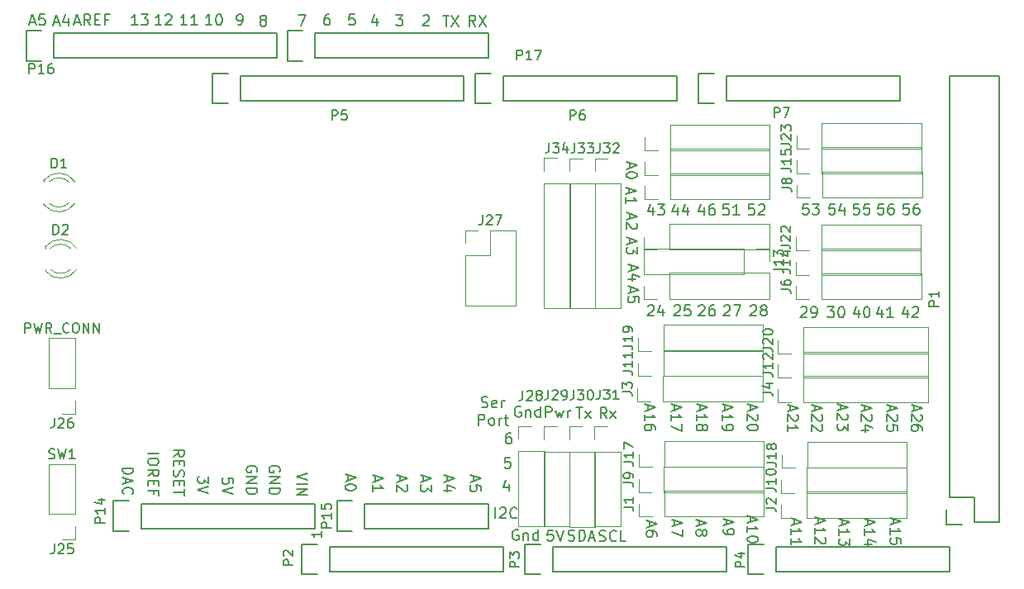
<source format=gbr>
G04 #@! TF.FileFunction,Legend,Top*
%FSLAX46Y46*%
G04 Gerber Fmt 4.6, Leading zero omitted, Abs format (unit mm)*
G04 Created by KiCad (PCBNEW 4.0.6) date 07/22/17 16:53:04*
%MOMM*%
%LPD*%
G01*
G04 APERTURE LIST*
%ADD10C,0.100000*%
%ADD11C,0.150000*%
%ADD12C,0.120000*%
G04 APERTURE END LIST*
D10*
D11*
X163466667Y-91264286D02*
X163466667Y-91788095D01*
X163152381Y-91159524D02*
X164252381Y-91526191D01*
X163152381Y-91892857D01*
X164252381Y-92783333D02*
X164252381Y-92259524D01*
X163728571Y-92207143D01*
X163780952Y-92259524D01*
X163833333Y-92364286D01*
X163833333Y-92626190D01*
X163780952Y-92730952D01*
X163728571Y-92783333D01*
X163623810Y-92835714D01*
X163361905Y-92835714D01*
X163257143Y-92783333D01*
X163204762Y-92730952D01*
X163152381Y-92626190D01*
X163152381Y-92364286D01*
X163204762Y-92259524D01*
X163257143Y-92207143D01*
X163516667Y-89014286D02*
X163516667Y-89538095D01*
X163202381Y-88909524D02*
X164302381Y-89276191D01*
X163202381Y-89642857D01*
X163935714Y-90480952D02*
X163202381Y-90480952D01*
X164354762Y-90219048D02*
X163569048Y-89957143D01*
X163569048Y-90638095D01*
X163366667Y-86264286D02*
X163366667Y-86788095D01*
X163052381Y-86159524D02*
X164152381Y-86526191D01*
X163052381Y-86892857D01*
X164152381Y-87154762D02*
X164152381Y-87835714D01*
X163733333Y-87469048D01*
X163733333Y-87626190D01*
X163680952Y-87730952D01*
X163628571Y-87783333D01*
X163523810Y-87835714D01*
X163261905Y-87835714D01*
X163157143Y-87783333D01*
X163104762Y-87730952D01*
X163052381Y-87626190D01*
X163052381Y-87311905D01*
X163104762Y-87207143D01*
X163157143Y-87154762D01*
X163316667Y-83714286D02*
X163316667Y-84238095D01*
X163002381Y-83609524D02*
X164102381Y-83976191D01*
X163002381Y-84342857D01*
X163997619Y-84657143D02*
X164050000Y-84709524D01*
X164102381Y-84814286D01*
X164102381Y-85076190D01*
X164050000Y-85180952D01*
X163997619Y-85233333D01*
X163892857Y-85285714D01*
X163788095Y-85285714D01*
X163630952Y-85233333D01*
X163002381Y-84604762D01*
X163002381Y-85285714D01*
X163266667Y-81114286D02*
X163266667Y-81638095D01*
X162952381Y-81009524D02*
X164052381Y-81376191D01*
X162952381Y-81742857D01*
X162952381Y-82685714D02*
X162952381Y-82057143D01*
X162952381Y-82371429D02*
X164052381Y-82371429D01*
X163895238Y-82266667D01*
X163790476Y-82161905D01*
X163738095Y-82057143D01*
X163316667Y-78514286D02*
X163316667Y-79038095D01*
X163002381Y-78409524D02*
X164102381Y-78776191D01*
X163002381Y-79142857D01*
X164102381Y-79719048D02*
X164102381Y-79823809D01*
X164050000Y-79928571D01*
X163997619Y-79980952D01*
X163892857Y-80033333D01*
X163683333Y-80085714D01*
X163421429Y-80085714D01*
X163211905Y-80033333D01*
X163107143Y-79980952D01*
X163054762Y-79928571D01*
X163002381Y-79823809D01*
X163002381Y-79719048D01*
X163054762Y-79614286D01*
X163107143Y-79561905D01*
X163211905Y-79509524D01*
X163421429Y-79457143D01*
X163683333Y-79457143D01*
X163892857Y-79509524D01*
X163997619Y-79561905D01*
X164050000Y-79614286D01*
X164102381Y-79719048D01*
X147566667Y-64497619D02*
X147200001Y-63973810D01*
X146938096Y-64497619D02*
X146938096Y-63397619D01*
X147357143Y-63397619D01*
X147461905Y-63450000D01*
X147514286Y-63502381D01*
X147566667Y-63607143D01*
X147566667Y-63764286D01*
X147514286Y-63869048D01*
X147461905Y-63921429D01*
X147357143Y-63973810D01*
X146938096Y-63973810D01*
X147933334Y-63397619D02*
X148666667Y-64497619D01*
X148666667Y-63397619D02*
X147933334Y-64497619D01*
X144211905Y-63397619D02*
X144840476Y-63397619D01*
X144526191Y-64497619D02*
X144526191Y-63397619D01*
X145102381Y-63397619D02*
X145835714Y-64497619D01*
X145835714Y-63397619D02*
X145102381Y-64497619D01*
X142185715Y-63452381D02*
X142238096Y-63400000D01*
X142342858Y-63347619D01*
X142604762Y-63347619D01*
X142709524Y-63400000D01*
X142761905Y-63452381D01*
X142814286Y-63557143D01*
X142814286Y-63661905D01*
X142761905Y-63819048D01*
X142133334Y-64447619D01*
X142814286Y-64447619D01*
X139433334Y-63347619D02*
X140114286Y-63347619D01*
X139747620Y-63766667D01*
X139904762Y-63766667D01*
X140009524Y-63819048D01*
X140061905Y-63871429D01*
X140114286Y-63976190D01*
X140114286Y-64238095D01*
X140061905Y-64342857D01*
X140009524Y-64395238D01*
X139904762Y-64447619D01*
X139590477Y-64447619D01*
X139485715Y-64395238D01*
X139433334Y-64342857D01*
X137459524Y-63714286D02*
X137459524Y-64447619D01*
X137197620Y-63295238D02*
X136935715Y-64080952D01*
X137616667Y-64080952D01*
X135161905Y-63297619D02*
X134638096Y-63297619D01*
X134585715Y-63821429D01*
X134638096Y-63769048D01*
X134742858Y-63716667D01*
X135004762Y-63716667D01*
X135109524Y-63769048D01*
X135161905Y-63821429D01*
X135214286Y-63926190D01*
X135214286Y-64188095D01*
X135161905Y-64292857D01*
X135109524Y-64345238D01*
X135004762Y-64397619D01*
X134742858Y-64397619D01*
X134638096Y-64345238D01*
X134585715Y-64292857D01*
X132559524Y-63297619D02*
X132350001Y-63297619D01*
X132245239Y-63350000D01*
X132192858Y-63402381D01*
X132088096Y-63559524D01*
X132035715Y-63769048D01*
X132035715Y-64188095D01*
X132088096Y-64292857D01*
X132140477Y-64345238D01*
X132245239Y-64397619D01*
X132454762Y-64397619D01*
X132559524Y-64345238D01*
X132611905Y-64292857D01*
X132664286Y-64188095D01*
X132664286Y-63926190D01*
X132611905Y-63821429D01*
X132559524Y-63769048D01*
X132454762Y-63716667D01*
X132245239Y-63716667D01*
X132140477Y-63769048D01*
X132088096Y-63821429D01*
X132035715Y-63926190D01*
X129433334Y-63347619D02*
X130166667Y-63347619D01*
X129695239Y-64447619D01*
X125695239Y-63869048D02*
X125590477Y-63816667D01*
X125538096Y-63764286D01*
X125485715Y-63659524D01*
X125485715Y-63607143D01*
X125538096Y-63502381D01*
X125590477Y-63450000D01*
X125695239Y-63397619D01*
X125904762Y-63397619D01*
X126009524Y-63450000D01*
X126061905Y-63502381D01*
X126114286Y-63607143D01*
X126114286Y-63659524D01*
X126061905Y-63764286D01*
X126009524Y-63816667D01*
X125904762Y-63869048D01*
X125695239Y-63869048D01*
X125590477Y-63921429D01*
X125538096Y-63973810D01*
X125485715Y-64078571D01*
X125485715Y-64288095D01*
X125538096Y-64392857D01*
X125590477Y-64445238D01*
X125695239Y-64497619D01*
X125904762Y-64497619D01*
X126009524Y-64445238D01*
X126061905Y-64392857D01*
X126114286Y-64288095D01*
X126114286Y-64078571D01*
X126061905Y-63973810D01*
X126009524Y-63921429D01*
X125904762Y-63869048D01*
X123190477Y-64397619D02*
X123400001Y-64397619D01*
X123504762Y-64345238D01*
X123557143Y-64292857D01*
X123661905Y-64135714D01*
X123714286Y-63926190D01*
X123714286Y-63507143D01*
X123661905Y-63402381D01*
X123609524Y-63350000D01*
X123504762Y-63297619D01*
X123295239Y-63297619D01*
X123190477Y-63350000D01*
X123138096Y-63402381D01*
X123085715Y-63507143D01*
X123085715Y-63769048D01*
X123138096Y-63873810D01*
X123190477Y-63926190D01*
X123295239Y-63978571D01*
X123504762Y-63978571D01*
X123609524Y-63926190D01*
X123661905Y-63873810D01*
X123714286Y-63769048D01*
X120540476Y-64397619D02*
X119911905Y-64397619D01*
X120226191Y-64397619D02*
X120226191Y-63297619D01*
X120121429Y-63454762D01*
X120016667Y-63559524D01*
X119911905Y-63611905D01*
X121221429Y-63297619D02*
X121326190Y-63297619D01*
X121430952Y-63350000D01*
X121483333Y-63402381D01*
X121535714Y-63507143D01*
X121588095Y-63716667D01*
X121588095Y-63978571D01*
X121535714Y-64188095D01*
X121483333Y-64292857D01*
X121430952Y-64345238D01*
X121326190Y-64397619D01*
X121221429Y-64397619D01*
X121116667Y-64345238D01*
X121064286Y-64292857D01*
X121011905Y-64188095D01*
X120959524Y-63978571D01*
X120959524Y-63716667D01*
X121011905Y-63507143D01*
X121064286Y-63402381D01*
X121116667Y-63350000D01*
X121221429Y-63297619D01*
X117990476Y-64397619D02*
X117361905Y-64397619D01*
X117676191Y-64397619D02*
X117676191Y-63297619D01*
X117571429Y-63454762D01*
X117466667Y-63559524D01*
X117361905Y-63611905D01*
X119038095Y-64397619D02*
X118409524Y-64397619D01*
X118723810Y-64397619D02*
X118723810Y-63297619D01*
X118619048Y-63454762D01*
X118514286Y-63559524D01*
X118409524Y-63611905D01*
X115390476Y-64397619D02*
X114761905Y-64397619D01*
X115076191Y-64397619D02*
X115076191Y-63297619D01*
X114971429Y-63454762D01*
X114866667Y-63559524D01*
X114761905Y-63611905D01*
X115809524Y-63402381D02*
X115861905Y-63350000D01*
X115966667Y-63297619D01*
X116228571Y-63297619D01*
X116333333Y-63350000D01*
X116385714Y-63402381D01*
X116438095Y-63507143D01*
X116438095Y-63611905D01*
X116385714Y-63769048D01*
X115757143Y-64397619D01*
X116438095Y-64397619D01*
X106469048Y-64083333D02*
X106992857Y-64083333D01*
X106364286Y-64397619D02*
X106730953Y-63297619D01*
X107097619Y-64397619D01*
X108092857Y-64397619D02*
X107726191Y-63873810D01*
X107464286Y-64397619D02*
X107464286Y-63297619D01*
X107883333Y-63297619D01*
X107988095Y-63350000D01*
X108040476Y-63402381D01*
X108092857Y-63507143D01*
X108092857Y-63664286D01*
X108040476Y-63769048D01*
X107988095Y-63821429D01*
X107883333Y-63873810D01*
X107464286Y-63873810D01*
X108564286Y-63821429D02*
X108930952Y-63821429D01*
X109088095Y-64397619D02*
X108564286Y-64397619D01*
X108564286Y-63297619D01*
X109088095Y-63297619D01*
X109926190Y-63821429D02*
X109559524Y-63821429D01*
X109559524Y-64397619D02*
X109559524Y-63297619D01*
X110083333Y-63297619D01*
X112940476Y-64397619D02*
X112311905Y-64397619D01*
X112626191Y-64397619D02*
X112626191Y-63297619D01*
X112521429Y-63454762D01*
X112416667Y-63559524D01*
X112311905Y-63611905D01*
X113307143Y-63297619D02*
X113988095Y-63297619D01*
X113621429Y-63716667D01*
X113778571Y-63716667D01*
X113883333Y-63769048D01*
X113935714Y-63821429D01*
X113988095Y-63926190D01*
X113988095Y-64188095D01*
X113935714Y-64292857D01*
X113883333Y-64345238D01*
X113778571Y-64397619D01*
X113464286Y-64397619D01*
X113359524Y-64345238D01*
X113307143Y-64292857D01*
X104364286Y-64133333D02*
X104888095Y-64133333D01*
X104259524Y-64447619D02*
X104626191Y-63347619D01*
X104992857Y-64447619D01*
X105830952Y-63714286D02*
X105830952Y-64447619D01*
X105569048Y-63295238D02*
X105307143Y-64080952D01*
X105988095Y-64080952D01*
X101914286Y-64083333D02*
X102438095Y-64083333D01*
X101809524Y-64397619D02*
X102176191Y-63297619D01*
X102542857Y-64397619D01*
X103433333Y-63297619D02*
X102909524Y-63297619D01*
X102857143Y-63821429D01*
X102909524Y-63769048D01*
X103014286Y-63716667D01*
X103276190Y-63716667D01*
X103380952Y-63769048D01*
X103433333Y-63821429D01*
X103485714Y-63926190D01*
X103485714Y-64188095D01*
X103433333Y-64292857D01*
X103380952Y-64345238D01*
X103276190Y-64397619D01*
X103014286Y-64397619D01*
X102909524Y-64345238D01*
X102857143Y-64292857D01*
X160240477Y-117245238D02*
X160397620Y-117297619D01*
X160659524Y-117297619D01*
X160764286Y-117245238D01*
X160816667Y-117192857D01*
X160869048Y-117088095D01*
X160869048Y-116983333D01*
X160816667Y-116878571D01*
X160764286Y-116826190D01*
X160659524Y-116773810D01*
X160450001Y-116721429D01*
X160345239Y-116669048D01*
X160292858Y-116616667D01*
X160240477Y-116511905D01*
X160240477Y-116407143D01*
X160292858Y-116302381D01*
X160345239Y-116250000D01*
X160450001Y-116197619D01*
X160711905Y-116197619D01*
X160869048Y-116250000D01*
X161969048Y-117192857D02*
X161916667Y-117245238D01*
X161759524Y-117297619D01*
X161654762Y-117297619D01*
X161497620Y-117245238D01*
X161392858Y-117140476D01*
X161340477Y-117035714D01*
X161288096Y-116826190D01*
X161288096Y-116669048D01*
X161340477Y-116459524D01*
X161392858Y-116354762D01*
X161497620Y-116250000D01*
X161654762Y-116197619D01*
X161759524Y-116197619D01*
X161916667Y-116250000D01*
X161969048Y-116302381D01*
X162964286Y-117297619D02*
X162440477Y-117297619D01*
X162440477Y-116197619D01*
X157064286Y-117195238D02*
X157221429Y-117247619D01*
X157483333Y-117247619D01*
X157588095Y-117195238D01*
X157640476Y-117142857D01*
X157692857Y-117038095D01*
X157692857Y-116933333D01*
X157640476Y-116828571D01*
X157588095Y-116776190D01*
X157483333Y-116723810D01*
X157273810Y-116671429D01*
X157169048Y-116619048D01*
X157116667Y-116566667D01*
X157064286Y-116461905D01*
X157064286Y-116357143D01*
X157116667Y-116252381D01*
X157169048Y-116200000D01*
X157273810Y-116147619D01*
X157535714Y-116147619D01*
X157692857Y-116200000D01*
X158164286Y-117247619D02*
X158164286Y-116147619D01*
X158426191Y-116147619D01*
X158583333Y-116200000D01*
X158688095Y-116304762D01*
X158740476Y-116409524D01*
X158792857Y-116619048D01*
X158792857Y-116776190D01*
X158740476Y-116985714D01*
X158688095Y-117090476D01*
X158583333Y-117195238D01*
X158426191Y-117247619D01*
X158164286Y-117247619D01*
X159211905Y-116933333D02*
X159735714Y-116933333D01*
X159107143Y-117247619D02*
X159473810Y-116147619D01*
X159840476Y-117247619D01*
X155490476Y-116147619D02*
X154966667Y-116147619D01*
X154914286Y-116671429D01*
X154966667Y-116619048D01*
X155071429Y-116566667D01*
X155333333Y-116566667D01*
X155438095Y-116619048D01*
X155490476Y-116671429D01*
X155542857Y-116776190D01*
X155542857Y-117038095D01*
X155490476Y-117142857D01*
X155438095Y-117195238D01*
X155333333Y-117247619D01*
X155071429Y-117247619D01*
X154966667Y-117195238D01*
X154914286Y-117142857D01*
X155857143Y-116147619D02*
X156223810Y-117247619D01*
X156590476Y-116147619D01*
X151942857Y-116150000D02*
X151838095Y-116097619D01*
X151680952Y-116097619D01*
X151523810Y-116150000D01*
X151419048Y-116254762D01*
X151366667Y-116359524D01*
X151314286Y-116569048D01*
X151314286Y-116726190D01*
X151366667Y-116935714D01*
X151419048Y-117040476D01*
X151523810Y-117145238D01*
X151680952Y-117197619D01*
X151785714Y-117197619D01*
X151942857Y-117145238D01*
X151995238Y-117092857D01*
X151995238Y-116726190D01*
X151785714Y-116726190D01*
X152466667Y-116464286D02*
X152466667Y-117197619D01*
X152466667Y-116569048D02*
X152519048Y-116516667D01*
X152623810Y-116464286D01*
X152780952Y-116464286D01*
X152885714Y-116516667D01*
X152938095Y-116621429D01*
X152938095Y-117197619D01*
X153933333Y-117197619D02*
X153933333Y-116097619D01*
X153933333Y-117145238D02*
X153828571Y-117197619D01*
X153619048Y-117197619D01*
X153514286Y-117145238D01*
X153461905Y-117092857D01*
X153409524Y-116988095D01*
X153409524Y-116673810D01*
X153461905Y-116569048D01*
X153514286Y-116516667D01*
X153619048Y-116464286D01*
X153828571Y-116464286D01*
X153933333Y-116516667D01*
X148173810Y-103545238D02*
X148330953Y-103597619D01*
X148592857Y-103597619D01*
X148697619Y-103545238D01*
X148750000Y-103492857D01*
X148802381Y-103388095D01*
X148802381Y-103283333D01*
X148750000Y-103178571D01*
X148697619Y-103126190D01*
X148592857Y-103073810D01*
X148383334Y-103021429D01*
X148278572Y-102969048D01*
X148226191Y-102916667D01*
X148173810Y-102811905D01*
X148173810Y-102707143D01*
X148226191Y-102602381D01*
X148278572Y-102550000D01*
X148383334Y-102497619D01*
X148645238Y-102497619D01*
X148802381Y-102550000D01*
X149692857Y-103545238D02*
X149588095Y-103597619D01*
X149378572Y-103597619D01*
X149273810Y-103545238D01*
X149221429Y-103440476D01*
X149221429Y-103021429D01*
X149273810Y-102916667D01*
X149378572Y-102864286D01*
X149588095Y-102864286D01*
X149692857Y-102916667D01*
X149745238Y-103021429D01*
X149745238Y-103126190D01*
X149221429Y-103230952D01*
X150216667Y-103597619D02*
X150216667Y-102864286D01*
X150216667Y-103073810D02*
X150269048Y-102969048D01*
X150321429Y-102916667D01*
X150426191Y-102864286D01*
X150530952Y-102864286D01*
X147859525Y-105397619D02*
X147859525Y-104297619D01*
X148278572Y-104297619D01*
X148383334Y-104350000D01*
X148435715Y-104402381D01*
X148488096Y-104507143D01*
X148488096Y-104664286D01*
X148435715Y-104769048D01*
X148383334Y-104821429D01*
X148278572Y-104873810D01*
X147859525Y-104873810D01*
X149116668Y-105397619D02*
X149011906Y-105345238D01*
X148959525Y-105292857D01*
X148907144Y-105188095D01*
X148907144Y-104873810D01*
X148959525Y-104769048D01*
X149011906Y-104716667D01*
X149116668Y-104664286D01*
X149273810Y-104664286D01*
X149378572Y-104716667D01*
X149430953Y-104769048D01*
X149483334Y-104873810D01*
X149483334Y-105188095D01*
X149430953Y-105292857D01*
X149378572Y-105345238D01*
X149273810Y-105397619D01*
X149116668Y-105397619D01*
X149954763Y-105397619D02*
X149954763Y-104664286D01*
X149954763Y-104873810D02*
X150007144Y-104769048D01*
X150059525Y-104716667D01*
X150164287Y-104664286D01*
X150269048Y-104664286D01*
X150478572Y-104664286D02*
X150897620Y-104664286D01*
X150635715Y-104297619D02*
X150635715Y-105240476D01*
X150688096Y-105345238D01*
X150792858Y-105397619D01*
X150897620Y-105397619D01*
X149576191Y-114947619D02*
X149576191Y-113847619D01*
X150047620Y-113952381D02*
X150100001Y-113900000D01*
X150204763Y-113847619D01*
X150466667Y-113847619D01*
X150571429Y-113900000D01*
X150623810Y-113952381D01*
X150676191Y-114057143D01*
X150676191Y-114161905D01*
X150623810Y-114319048D01*
X149995239Y-114947619D01*
X150676191Y-114947619D01*
X151776191Y-114842857D02*
X151723810Y-114895238D01*
X151566667Y-114947619D01*
X151461905Y-114947619D01*
X151304763Y-114895238D01*
X151200001Y-114790476D01*
X151147620Y-114685714D01*
X151095239Y-114476190D01*
X151095239Y-114319048D01*
X151147620Y-114109524D01*
X151200001Y-114004762D01*
X151304763Y-113900000D01*
X151461905Y-113847619D01*
X151566667Y-113847619D01*
X151723810Y-113900000D01*
X151776191Y-113952381D01*
X150959524Y-111414286D02*
X150959524Y-112147619D01*
X150697620Y-110995238D02*
X150435715Y-111780952D01*
X151116667Y-111780952D01*
X151111905Y-108697619D02*
X150588096Y-108697619D01*
X150535715Y-109221429D01*
X150588096Y-109169048D01*
X150692858Y-109116667D01*
X150954762Y-109116667D01*
X151059524Y-109169048D01*
X151111905Y-109221429D01*
X151164286Y-109326190D01*
X151164286Y-109588095D01*
X151111905Y-109692857D01*
X151059524Y-109745238D01*
X150954762Y-109797619D01*
X150692858Y-109797619D01*
X150588096Y-109745238D01*
X150535715Y-109692857D01*
X151159524Y-106197619D02*
X150950001Y-106197619D01*
X150845239Y-106250000D01*
X150792858Y-106302381D01*
X150688096Y-106459524D01*
X150635715Y-106669048D01*
X150635715Y-107088095D01*
X150688096Y-107192857D01*
X150740477Y-107245238D01*
X150845239Y-107297619D01*
X151054762Y-107297619D01*
X151159524Y-107245238D01*
X151211905Y-107192857D01*
X151264286Y-107088095D01*
X151264286Y-106826190D01*
X151211905Y-106721429D01*
X151159524Y-106669048D01*
X151054762Y-106616667D01*
X150845239Y-106616667D01*
X150740477Y-106669048D01*
X150688096Y-106721429D01*
X150635715Y-106826190D01*
X160995238Y-104697619D02*
X160628572Y-104173810D01*
X160366667Y-104697619D02*
X160366667Y-103597619D01*
X160785714Y-103597619D01*
X160890476Y-103650000D01*
X160942857Y-103702381D01*
X160995238Y-103807143D01*
X160995238Y-103964286D01*
X160942857Y-104069048D01*
X160890476Y-104121429D01*
X160785714Y-104173810D01*
X160366667Y-104173810D01*
X161361905Y-104697619D02*
X161938095Y-103964286D01*
X161361905Y-103964286D02*
X161938095Y-104697619D01*
X157890477Y-103597619D02*
X158519048Y-103597619D01*
X158204763Y-104697619D02*
X158204763Y-103597619D01*
X158780953Y-104697619D02*
X159357143Y-103964286D01*
X158780953Y-103964286D02*
X159357143Y-104697619D01*
X152192857Y-103500000D02*
X152088095Y-103447619D01*
X151930952Y-103447619D01*
X151773810Y-103500000D01*
X151669048Y-103604762D01*
X151616667Y-103709524D01*
X151564286Y-103919048D01*
X151564286Y-104076190D01*
X151616667Y-104285714D01*
X151669048Y-104390476D01*
X151773810Y-104495238D01*
X151930952Y-104547619D01*
X152035714Y-104547619D01*
X152192857Y-104495238D01*
X152245238Y-104442857D01*
X152245238Y-104076190D01*
X152035714Y-104076190D01*
X152716667Y-103814286D02*
X152716667Y-104547619D01*
X152716667Y-103919048D02*
X152769048Y-103866667D01*
X152873810Y-103814286D01*
X153030952Y-103814286D01*
X153135714Y-103866667D01*
X153188095Y-103971429D01*
X153188095Y-104547619D01*
X154183333Y-104547619D02*
X154183333Y-103447619D01*
X154183333Y-104495238D02*
X154078571Y-104547619D01*
X153869048Y-104547619D01*
X153764286Y-104495238D01*
X153711905Y-104442857D01*
X153659524Y-104338095D01*
X153659524Y-104023810D01*
X153711905Y-103919048D01*
X153764286Y-103866667D01*
X153869048Y-103814286D01*
X154078571Y-103814286D01*
X154183333Y-103866667D01*
X154745239Y-104597619D02*
X154745239Y-103497619D01*
X155164286Y-103497619D01*
X155269048Y-103550000D01*
X155321429Y-103602381D01*
X155373810Y-103707143D01*
X155373810Y-103864286D01*
X155321429Y-103969048D01*
X155269048Y-104021429D01*
X155164286Y-104073810D01*
X154745239Y-104073810D01*
X155740477Y-103864286D02*
X155950001Y-104597619D01*
X156159524Y-104073810D01*
X156369048Y-104597619D01*
X156578572Y-103864286D01*
X156997620Y-104597619D02*
X156997620Y-103864286D01*
X156997620Y-104073810D02*
X157050001Y-103969048D01*
X157102382Y-103916667D01*
X157207144Y-103864286D01*
X157311905Y-103864286D01*
X191938095Y-82697619D02*
X191414286Y-82697619D01*
X191361905Y-83221429D01*
X191414286Y-83169048D01*
X191519048Y-83116667D01*
X191780952Y-83116667D01*
X191885714Y-83169048D01*
X191938095Y-83221429D01*
X191990476Y-83326190D01*
X191990476Y-83588095D01*
X191938095Y-83692857D01*
X191885714Y-83745238D01*
X191780952Y-83797619D01*
X191519048Y-83797619D01*
X191414286Y-83745238D01*
X191361905Y-83692857D01*
X192933333Y-82697619D02*
X192723810Y-82697619D01*
X192619048Y-82750000D01*
X192566667Y-82802381D01*
X192461905Y-82959524D01*
X192409524Y-83169048D01*
X192409524Y-83588095D01*
X192461905Y-83692857D01*
X192514286Y-83745238D01*
X192619048Y-83797619D01*
X192828571Y-83797619D01*
X192933333Y-83745238D01*
X192985714Y-83692857D01*
X193038095Y-83588095D01*
X193038095Y-83326190D01*
X192985714Y-83221429D01*
X192933333Y-83169048D01*
X192828571Y-83116667D01*
X192619048Y-83116667D01*
X192514286Y-83169048D01*
X192461905Y-83221429D01*
X192409524Y-83326190D01*
X189338095Y-82697619D02*
X188814286Y-82697619D01*
X188761905Y-83221429D01*
X188814286Y-83169048D01*
X188919048Y-83116667D01*
X189180952Y-83116667D01*
X189285714Y-83169048D01*
X189338095Y-83221429D01*
X189390476Y-83326190D01*
X189390476Y-83588095D01*
X189338095Y-83692857D01*
X189285714Y-83745238D01*
X189180952Y-83797619D01*
X188919048Y-83797619D01*
X188814286Y-83745238D01*
X188761905Y-83692857D01*
X190333333Y-82697619D02*
X190123810Y-82697619D01*
X190019048Y-82750000D01*
X189966667Y-82802381D01*
X189861905Y-82959524D01*
X189809524Y-83169048D01*
X189809524Y-83588095D01*
X189861905Y-83692857D01*
X189914286Y-83745238D01*
X190019048Y-83797619D01*
X190228571Y-83797619D01*
X190333333Y-83745238D01*
X190385714Y-83692857D01*
X190438095Y-83588095D01*
X190438095Y-83326190D01*
X190385714Y-83221429D01*
X190333333Y-83169048D01*
X190228571Y-83116667D01*
X190019048Y-83116667D01*
X189914286Y-83169048D01*
X189861905Y-83221429D01*
X189809524Y-83326190D01*
X186838095Y-82697619D02*
X186314286Y-82697619D01*
X186261905Y-83221429D01*
X186314286Y-83169048D01*
X186419048Y-83116667D01*
X186680952Y-83116667D01*
X186785714Y-83169048D01*
X186838095Y-83221429D01*
X186890476Y-83326190D01*
X186890476Y-83588095D01*
X186838095Y-83692857D01*
X186785714Y-83745238D01*
X186680952Y-83797619D01*
X186419048Y-83797619D01*
X186314286Y-83745238D01*
X186261905Y-83692857D01*
X187885714Y-82697619D02*
X187361905Y-82697619D01*
X187309524Y-83221429D01*
X187361905Y-83169048D01*
X187466667Y-83116667D01*
X187728571Y-83116667D01*
X187833333Y-83169048D01*
X187885714Y-83221429D01*
X187938095Y-83326190D01*
X187938095Y-83588095D01*
X187885714Y-83692857D01*
X187833333Y-83745238D01*
X187728571Y-83797619D01*
X187466667Y-83797619D01*
X187361905Y-83745238D01*
X187309524Y-83692857D01*
X184338095Y-82697619D02*
X183814286Y-82697619D01*
X183761905Y-83221429D01*
X183814286Y-83169048D01*
X183919048Y-83116667D01*
X184180952Y-83116667D01*
X184285714Y-83169048D01*
X184338095Y-83221429D01*
X184390476Y-83326190D01*
X184390476Y-83588095D01*
X184338095Y-83692857D01*
X184285714Y-83745238D01*
X184180952Y-83797619D01*
X183919048Y-83797619D01*
X183814286Y-83745238D01*
X183761905Y-83692857D01*
X185333333Y-83064286D02*
X185333333Y-83797619D01*
X185071429Y-82645238D02*
X184809524Y-83430952D01*
X185490476Y-83430952D01*
X181638095Y-82697619D02*
X181114286Y-82697619D01*
X181061905Y-83221429D01*
X181114286Y-83169048D01*
X181219048Y-83116667D01*
X181480952Y-83116667D01*
X181585714Y-83169048D01*
X181638095Y-83221429D01*
X181690476Y-83326190D01*
X181690476Y-83588095D01*
X181638095Y-83692857D01*
X181585714Y-83745238D01*
X181480952Y-83797619D01*
X181219048Y-83797619D01*
X181114286Y-83745238D01*
X181061905Y-83692857D01*
X182057143Y-82697619D02*
X182738095Y-82697619D01*
X182371429Y-83116667D01*
X182528571Y-83116667D01*
X182633333Y-83169048D01*
X182685714Y-83221429D01*
X182738095Y-83326190D01*
X182738095Y-83588095D01*
X182685714Y-83692857D01*
X182633333Y-83745238D01*
X182528571Y-83797619D01*
X182214286Y-83797619D01*
X182109524Y-83745238D01*
X182057143Y-83692857D01*
X176088095Y-82747619D02*
X175564286Y-82747619D01*
X175511905Y-83271429D01*
X175564286Y-83219048D01*
X175669048Y-83166667D01*
X175930952Y-83166667D01*
X176035714Y-83219048D01*
X176088095Y-83271429D01*
X176140476Y-83376190D01*
X176140476Y-83638095D01*
X176088095Y-83742857D01*
X176035714Y-83795238D01*
X175930952Y-83847619D01*
X175669048Y-83847619D01*
X175564286Y-83795238D01*
X175511905Y-83742857D01*
X176559524Y-82852381D02*
X176611905Y-82800000D01*
X176716667Y-82747619D01*
X176978571Y-82747619D01*
X177083333Y-82800000D01*
X177135714Y-82852381D01*
X177188095Y-82957143D01*
X177188095Y-83061905D01*
X177135714Y-83219048D01*
X176507143Y-83847619D01*
X177188095Y-83847619D01*
X173488095Y-82747619D02*
X172964286Y-82747619D01*
X172911905Y-83271429D01*
X172964286Y-83219048D01*
X173069048Y-83166667D01*
X173330952Y-83166667D01*
X173435714Y-83219048D01*
X173488095Y-83271429D01*
X173540476Y-83376190D01*
X173540476Y-83638095D01*
X173488095Y-83742857D01*
X173435714Y-83795238D01*
X173330952Y-83847619D01*
X173069048Y-83847619D01*
X172964286Y-83795238D01*
X172911905Y-83742857D01*
X174588095Y-83847619D02*
X173959524Y-83847619D01*
X174273810Y-83847619D02*
X174273810Y-82747619D01*
X174169048Y-82904762D01*
X174064286Y-83009524D01*
X173959524Y-83061905D01*
X170935714Y-83114286D02*
X170935714Y-83847619D01*
X170673810Y-82695238D02*
X170411905Y-83480952D01*
X171092857Y-83480952D01*
X171983333Y-82747619D02*
X171773810Y-82747619D01*
X171669048Y-82800000D01*
X171616667Y-82852381D01*
X171511905Y-83009524D01*
X171459524Y-83219048D01*
X171459524Y-83638095D01*
X171511905Y-83742857D01*
X171564286Y-83795238D01*
X171669048Y-83847619D01*
X171878571Y-83847619D01*
X171983333Y-83795238D01*
X172035714Y-83742857D01*
X172088095Y-83638095D01*
X172088095Y-83376190D01*
X172035714Y-83271429D01*
X171983333Y-83219048D01*
X171878571Y-83166667D01*
X171669048Y-83166667D01*
X171564286Y-83219048D01*
X171511905Y-83271429D01*
X171459524Y-83376190D01*
X168235714Y-83114286D02*
X168235714Y-83847619D01*
X167973810Y-82695238D02*
X167711905Y-83480952D01*
X168392857Y-83480952D01*
X169283333Y-83114286D02*
X169283333Y-83847619D01*
X169021429Y-82695238D02*
X168759524Y-83480952D01*
X169440476Y-83480952D01*
X165735714Y-83114286D02*
X165735714Y-83847619D01*
X165473810Y-82695238D02*
X165211905Y-83480952D01*
X165892857Y-83480952D01*
X166207143Y-82747619D02*
X166888095Y-82747619D01*
X166521429Y-83166667D01*
X166678571Y-83166667D01*
X166783333Y-83219048D01*
X166835714Y-83271429D01*
X166888095Y-83376190D01*
X166888095Y-83638095D01*
X166835714Y-83742857D01*
X166783333Y-83795238D01*
X166678571Y-83847619D01*
X166364286Y-83847619D01*
X166259524Y-83795238D01*
X166207143Y-83742857D01*
X191785714Y-93614286D02*
X191785714Y-94347619D01*
X191523810Y-93195238D02*
X191261905Y-93980952D01*
X191942857Y-93980952D01*
X192309524Y-93352381D02*
X192361905Y-93300000D01*
X192466667Y-93247619D01*
X192728571Y-93247619D01*
X192833333Y-93300000D01*
X192885714Y-93352381D01*
X192938095Y-93457143D01*
X192938095Y-93561905D01*
X192885714Y-93719048D01*
X192257143Y-94347619D01*
X192938095Y-94347619D01*
X189185714Y-93614286D02*
X189185714Y-94347619D01*
X188923810Y-93195238D02*
X188661905Y-93980952D01*
X189342857Y-93980952D01*
X190338095Y-94347619D02*
X189709524Y-94347619D01*
X190023810Y-94347619D02*
X190023810Y-93247619D01*
X189919048Y-93404762D01*
X189814286Y-93509524D01*
X189709524Y-93561905D01*
X186785714Y-93614286D02*
X186785714Y-94347619D01*
X186523810Y-93195238D02*
X186261905Y-93980952D01*
X186942857Y-93980952D01*
X187571429Y-93247619D02*
X187676190Y-93247619D01*
X187780952Y-93300000D01*
X187833333Y-93352381D01*
X187885714Y-93457143D01*
X187938095Y-93666667D01*
X187938095Y-93928571D01*
X187885714Y-94138095D01*
X187833333Y-94242857D01*
X187780952Y-94295238D01*
X187676190Y-94347619D01*
X187571429Y-94347619D01*
X187466667Y-94295238D01*
X187414286Y-94242857D01*
X187361905Y-94138095D01*
X187309524Y-93928571D01*
X187309524Y-93666667D01*
X187361905Y-93457143D01*
X187414286Y-93352381D01*
X187466667Y-93300000D01*
X187571429Y-93247619D01*
X183609524Y-93247619D02*
X184290476Y-93247619D01*
X183923810Y-93666667D01*
X184080952Y-93666667D01*
X184185714Y-93719048D01*
X184238095Y-93771429D01*
X184290476Y-93876190D01*
X184290476Y-94138095D01*
X184238095Y-94242857D01*
X184185714Y-94295238D01*
X184080952Y-94347619D01*
X183766667Y-94347619D01*
X183661905Y-94295238D01*
X183609524Y-94242857D01*
X184971429Y-93247619D02*
X185076190Y-93247619D01*
X185180952Y-93300000D01*
X185233333Y-93352381D01*
X185285714Y-93457143D01*
X185338095Y-93666667D01*
X185338095Y-93928571D01*
X185285714Y-94138095D01*
X185233333Y-94242857D01*
X185180952Y-94295238D01*
X185076190Y-94347619D01*
X184971429Y-94347619D01*
X184866667Y-94295238D01*
X184814286Y-94242857D01*
X184761905Y-94138095D01*
X184709524Y-93928571D01*
X184709524Y-93666667D01*
X184761905Y-93457143D01*
X184814286Y-93352381D01*
X184866667Y-93300000D01*
X184971429Y-93247619D01*
X180861905Y-93352381D02*
X180914286Y-93300000D01*
X181019048Y-93247619D01*
X181280952Y-93247619D01*
X181385714Y-93300000D01*
X181438095Y-93352381D01*
X181490476Y-93457143D01*
X181490476Y-93561905D01*
X181438095Y-93719048D01*
X180809524Y-94347619D01*
X181490476Y-94347619D01*
X182014286Y-94347619D02*
X182223810Y-94347619D01*
X182328571Y-94295238D01*
X182380952Y-94242857D01*
X182485714Y-94085714D01*
X182538095Y-93876190D01*
X182538095Y-93457143D01*
X182485714Y-93352381D01*
X182433333Y-93300000D01*
X182328571Y-93247619D01*
X182119048Y-93247619D01*
X182014286Y-93300000D01*
X181961905Y-93352381D01*
X181909524Y-93457143D01*
X181909524Y-93719048D01*
X181961905Y-93823810D01*
X182014286Y-93876190D01*
X182119048Y-93928571D01*
X182328571Y-93928571D01*
X182433333Y-93876190D01*
X182485714Y-93823810D01*
X182538095Y-93719048D01*
X175711905Y-93202381D02*
X175764286Y-93150000D01*
X175869048Y-93097619D01*
X176130952Y-93097619D01*
X176235714Y-93150000D01*
X176288095Y-93202381D01*
X176340476Y-93307143D01*
X176340476Y-93411905D01*
X176288095Y-93569048D01*
X175659524Y-94197619D01*
X176340476Y-94197619D01*
X176969048Y-93569048D02*
X176864286Y-93516667D01*
X176811905Y-93464286D01*
X176759524Y-93359524D01*
X176759524Y-93307143D01*
X176811905Y-93202381D01*
X176864286Y-93150000D01*
X176969048Y-93097619D01*
X177178571Y-93097619D01*
X177283333Y-93150000D01*
X177335714Y-93202381D01*
X177388095Y-93307143D01*
X177388095Y-93359524D01*
X177335714Y-93464286D01*
X177283333Y-93516667D01*
X177178571Y-93569048D01*
X176969048Y-93569048D01*
X176864286Y-93621429D01*
X176811905Y-93673810D01*
X176759524Y-93778571D01*
X176759524Y-93988095D01*
X176811905Y-94092857D01*
X176864286Y-94145238D01*
X176969048Y-94197619D01*
X177178571Y-94197619D01*
X177283333Y-94145238D01*
X177335714Y-94092857D01*
X177388095Y-93988095D01*
X177388095Y-93778571D01*
X177335714Y-93673810D01*
X177283333Y-93621429D01*
X177178571Y-93569048D01*
X173011905Y-93202381D02*
X173064286Y-93150000D01*
X173169048Y-93097619D01*
X173430952Y-93097619D01*
X173535714Y-93150000D01*
X173588095Y-93202381D01*
X173640476Y-93307143D01*
X173640476Y-93411905D01*
X173588095Y-93569048D01*
X172959524Y-94197619D01*
X173640476Y-94197619D01*
X174007143Y-93097619D02*
X174740476Y-93097619D01*
X174269048Y-94197619D01*
X170411905Y-93202381D02*
X170464286Y-93150000D01*
X170569048Y-93097619D01*
X170830952Y-93097619D01*
X170935714Y-93150000D01*
X170988095Y-93202381D01*
X171040476Y-93307143D01*
X171040476Y-93411905D01*
X170988095Y-93569048D01*
X170359524Y-94197619D01*
X171040476Y-94197619D01*
X171983333Y-93097619D02*
X171773810Y-93097619D01*
X171669048Y-93150000D01*
X171616667Y-93202381D01*
X171511905Y-93359524D01*
X171459524Y-93569048D01*
X171459524Y-93988095D01*
X171511905Y-94092857D01*
X171564286Y-94145238D01*
X171669048Y-94197619D01*
X171878571Y-94197619D01*
X171983333Y-94145238D01*
X172035714Y-94092857D01*
X172088095Y-93988095D01*
X172088095Y-93726190D01*
X172035714Y-93621429D01*
X171983333Y-93569048D01*
X171878571Y-93516667D01*
X171669048Y-93516667D01*
X171564286Y-93569048D01*
X171511905Y-93621429D01*
X171459524Y-93726190D01*
X167911905Y-93202381D02*
X167964286Y-93150000D01*
X168069048Y-93097619D01*
X168330952Y-93097619D01*
X168435714Y-93150000D01*
X168488095Y-93202381D01*
X168540476Y-93307143D01*
X168540476Y-93411905D01*
X168488095Y-93569048D01*
X167859524Y-94197619D01*
X168540476Y-94197619D01*
X169535714Y-93097619D02*
X169011905Y-93097619D01*
X168959524Y-93621429D01*
X169011905Y-93569048D01*
X169116667Y-93516667D01*
X169378571Y-93516667D01*
X169483333Y-93569048D01*
X169535714Y-93621429D01*
X169588095Y-93726190D01*
X169588095Y-93988095D01*
X169535714Y-94092857D01*
X169483333Y-94145238D01*
X169378571Y-94197619D01*
X169116667Y-94197619D01*
X169011905Y-94145238D01*
X168959524Y-94092857D01*
X165211905Y-93202381D02*
X165264286Y-93150000D01*
X165369048Y-93097619D01*
X165630952Y-93097619D01*
X165735714Y-93150000D01*
X165788095Y-93202381D01*
X165840476Y-93307143D01*
X165840476Y-93411905D01*
X165788095Y-93569048D01*
X165159524Y-94197619D01*
X165840476Y-94197619D01*
X166783333Y-93464286D02*
X166783333Y-94197619D01*
X166521429Y-93045238D02*
X166259524Y-93830952D01*
X166940476Y-93830952D01*
X187416667Y-103390477D02*
X187416667Y-103914286D01*
X187102381Y-103285715D02*
X188202381Y-103652382D01*
X187102381Y-104019048D01*
X188097619Y-104333334D02*
X188150000Y-104385715D01*
X188202381Y-104490477D01*
X188202381Y-104752381D01*
X188150000Y-104857143D01*
X188097619Y-104909524D01*
X187992857Y-104961905D01*
X187888095Y-104961905D01*
X187730952Y-104909524D01*
X187102381Y-104280953D01*
X187102381Y-104961905D01*
X187835714Y-105904762D02*
X187102381Y-105904762D01*
X188254762Y-105642858D02*
X187469048Y-105380953D01*
X187469048Y-106061905D01*
X192516667Y-103390477D02*
X192516667Y-103914286D01*
X192202381Y-103285715D02*
X193302381Y-103652382D01*
X192202381Y-104019048D01*
X193197619Y-104333334D02*
X193250000Y-104385715D01*
X193302381Y-104490477D01*
X193302381Y-104752381D01*
X193250000Y-104857143D01*
X193197619Y-104909524D01*
X193092857Y-104961905D01*
X192988095Y-104961905D01*
X192830952Y-104909524D01*
X192202381Y-104280953D01*
X192202381Y-104961905D01*
X193302381Y-105904762D02*
X193302381Y-105695239D01*
X193250000Y-105590477D01*
X193197619Y-105538096D01*
X193040476Y-105433334D01*
X192830952Y-105380953D01*
X192411905Y-105380953D01*
X192307143Y-105433334D01*
X192254762Y-105485715D01*
X192202381Y-105590477D01*
X192202381Y-105800000D01*
X192254762Y-105904762D01*
X192307143Y-105957143D01*
X192411905Y-106009524D01*
X192673810Y-106009524D01*
X192778571Y-105957143D01*
X192830952Y-105904762D01*
X192883333Y-105800000D01*
X192883333Y-105590477D01*
X192830952Y-105485715D01*
X192778571Y-105433334D01*
X192673810Y-105380953D01*
X190016667Y-103390477D02*
X190016667Y-103914286D01*
X189702381Y-103285715D02*
X190802381Y-103652382D01*
X189702381Y-104019048D01*
X190697619Y-104333334D02*
X190750000Y-104385715D01*
X190802381Y-104490477D01*
X190802381Y-104752381D01*
X190750000Y-104857143D01*
X190697619Y-104909524D01*
X190592857Y-104961905D01*
X190488095Y-104961905D01*
X190330952Y-104909524D01*
X189702381Y-104280953D01*
X189702381Y-104961905D01*
X190802381Y-105957143D02*
X190802381Y-105433334D01*
X190278571Y-105380953D01*
X190330952Y-105433334D01*
X190383333Y-105538096D01*
X190383333Y-105800000D01*
X190330952Y-105904762D01*
X190278571Y-105957143D01*
X190173810Y-106009524D01*
X189911905Y-106009524D01*
X189807143Y-105957143D01*
X189754762Y-105904762D01*
X189702381Y-105800000D01*
X189702381Y-105538096D01*
X189754762Y-105433334D01*
X189807143Y-105380953D01*
X184916667Y-103290477D02*
X184916667Y-103814286D01*
X184602381Y-103185715D02*
X185702381Y-103552382D01*
X184602381Y-103919048D01*
X185597619Y-104233334D02*
X185650000Y-104285715D01*
X185702381Y-104390477D01*
X185702381Y-104652381D01*
X185650000Y-104757143D01*
X185597619Y-104809524D01*
X185492857Y-104861905D01*
X185388095Y-104861905D01*
X185230952Y-104809524D01*
X184602381Y-104180953D01*
X184602381Y-104861905D01*
X185702381Y-105228572D02*
X185702381Y-105909524D01*
X185283333Y-105542858D01*
X185283333Y-105700000D01*
X185230952Y-105804762D01*
X185178571Y-105857143D01*
X185073810Y-105909524D01*
X184811905Y-105909524D01*
X184707143Y-105857143D01*
X184654762Y-105804762D01*
X184602381Y-105700000D01*
X184602381Y-105385715D01*
X184654762Y-105280953D01*
X184707143Y-105228572D01*
X182316667Y-103390477D02*
X182316667Y-103914286D01*
X182002381Y-103285715D02*
X183102381Y-103652382D01*
X182002381Y-104019048D01*
X182997619Y-104333334D02*
X183050000Y-104385715D01*
X183102381Y-104490477D01*
X183102381Y-104752381D01*
X183050000Y-104857143D01*
X182997619Y-104909524D01*
X182892857Y-104961905D01*
X182788095Y-104961905D01*
X182630952Y-104909524D01*
X182002381Y-104280953D01*
X182002381Y-104961905D01*
X182997619Y-105380953D02*
X183050000Y-105433334D01*
X183102381Y-105538096D01*
X183102381Y-105800000D01*
X183050000Y-105904762D01*
X182997619Y-105957143D01*
X182892857Y-106009524D01*
X182788095Y-106009524D01*
X182630952Y-105957143D01*
X182002381Y-105328572D01*
X182002381Y-106009524D01*
X179816667Y-103390477D02*
X179816667Y-103914286D01*
X179502381Y-103285715D02*
X180602381Y-103652382D01*
X179502381Y-104019048D01*
X180497619Y-104333334D02*
X180550000Y-104385715D01*
X180602381Y-104490477D01*
X180602381Y-104752381D01*
X180550000Y-104857143D01*
X180497619Y-104909524D01*
X180392857Y-104961905D01*
X180288095Y-104961905D01*
X180130952Y-104909524D01*
X179502381Y-104280953D01*
X179502381Y-104961905D01*
X179502381Y-106009524D02*
X179502381Y-105380953D01*
X179502381Y-105695239D02*
X180602381Y-105695239D01*
X180445238Y-105590477D01*
X180340476Y-105485715D01*
X180288095Y-105380953D01*
X175716667Y-103340477D02*
X175716667Y-103864286D01*
X175402381Y-103235715D02*
X176502381Y-103602382D01*
X175402381Y-103969048D01*
X176397619Y-104283334D02*
X176450000Y-104335715D01*
X176502381Y-104440477D01*
X176502381Y-104702381D01*
X176450000Y-104807143D01*
X176397619Y-104859524D01*
X176292857Y-104911905D01*
X176188095Y-104911905D01*
X176030952Y-104859524D01*
X175402381Y-104230953D01*
X175402381Y-104911905D01*
X176502381Y-105592858D02*
X176502381Y-105697619D01*
X176450000Y-105802381D01*
X176397619Y-105854762D01*
X176292857Y-105907143D01*
X176083333Y-105959524D01*
X175821429Y-105959524D01*
X175611905Y-105907143D01*
X175507143Y-105854762D01*
X175454762Y-105802381D01*
X175402381Y-105697619D01*
X175402381Y-105592858D01*
X175454762Y-105488096D01*
X175507143Y-105435715D01*
X175611905Y-105383334D01*
X175821429Y-105330953D01*
X176083333Y-105330953D01*
X176292857Y-105383334D01*
X176397619Y-105435715D01*
X176450000Y-105488096D01*
X176502381Y-105592858D01*
X173116667Y-103340477D02*
X173116667Y-103864286D01*
X172802381Y-103235715D02*
X173902381Y-103602382D01*
X172802381Y-103969048D01*
X172802381Y-104911905D02*
X172802381Y-104283334D01*
X172802381Y-104597620D02*
X173902381Y-104597620D01*
X173745238Y-104492858D01*
X173640476Y-104388096D01*
X173588095Y-104283334D01*
X172802381Y-105435715D02*
X172802381Y-105645239D01*
X172854762Y-105750000D01*
X172907143Y-105802381D01*
X173064286Y-105907143D01*
X173273810Y-105959524D01*
X173692857Y-105959524D01*
X173797619Y-105907143D01*
X173850000Y-105854762D01*
X173902381Y-105750000D01*
X173902381Y-105540477D01*
X173850000Y-105435715D01*
X173797619Y-105383334D01*
X173692857Y-105330953D01*
X173430952Y-105330953D01*
X173326190Y-105383334D01*
X173273810Y-105435715D01*
X173221429Y-105540477D01*
X173221429Y-105750000D01*
X173273810Y-105854762D01*
X173326190Y-105907143D01*
X173430952Y-105959524D01*
X170516667Y-103340477D02*
X170516667Y-103864286D01*
X170202381Y-103235715D02*
X171302381Y-103602382D01*
X170202381Y-103969048D01*
X170202381Y-104911905D02*
X170202381Y-104283334D01*
X170202381Y-104597620D02*
X171302381Y-104597620D01*
X171145238Y-104492858D01*
X171040476Y-104388096D01*
X170988095Y-104283334D01*
X170830952Y-105540477D02*
X170883333Y-105435715D01*
X170935714Y-105383334D01*
X171040476Y-105330953D01*
X171092857Y-105330953D01*
X171197619Y-105383334D01*
X171250000Y-105435715D01*
X171302381Y-105540477D01*
X171302381Y-105750000D01*
X171250000Y-105854762D01*
X171197619Y-105907143D01*
X171092857Y-105959524D01*
X171040476Y-105959524D01*
X170935714Y-105907143D01*
X170883333Y-105854762D01*
X170830952Y-105750000D01*
X170830952Y-105540477D01*
X170778571Y-105435715D01*
X170726190Y-105383334D01*
X170621429Y-105330953D01*
X170411905Y-105330953D01*
X170307143Y-105383334D01*
X170254762Y-105435715D01*
X170202381Y-105540477D01*
X170202381Y-105750000D01*
X170254762Y-105854762D01*
X170307143Y-105907143D01*
X170411905Y-105959524D01*
X170621429Y-105959524D01*
X170726190Y-105907143D01*
X170778571Y-105854762D01*
X170830952Y-105750000D01*
X167916667Y-103340477D02*
X167916667Y-103864286D01*
X167602381Y-103235715D02*
X168702381Y-103602382D01*
X167602381Y-103969048D01*
X167602381Y-104911905D02*
X167602381Y-104283334D01*
X167602381Y-104597620D02*
X168702381Y-104597620D01*
X168545238Y-104492858D01*
X168440476Y-104388096D01*
X168388095Y-104283334D01*
X168702381Y-105278572D02*
X168702381Y-106011905D01*
X167602381Y-105540477D01*
X165216667Y-103340477D02*
X165216667Y-103864286D01*
X164902381Y-103235715D02*
X166002381Y-103602382D01*
X164902381Y-103969048D01*
X164902381Y-104911905D02*
X164902381Y-104283334D01*
X164902381Y-104597620D02*
X166002381Y-104597620D01*
X165845238Y-104492858D01*
X165740476Y-104388096D01*
X165688095Y-104283334D01*
X166002381Y-105854762D02*
X166002381Y-105645239D01*
X165950000Y-105540477D01*
X165897619Y-105488096D01*
X165740476Y-105383334D01*
X165530952Y-105330953D01*
X165111905Y-105330953D01*
X165007143Y-105383334D01*
X164954762Y-105435715D01*
X164902381Y-105540477D01*
X164902381Y-105750000D01*
X164954762Y-105854762D01*
X165007143Y-105907143D01*
X165111905Y-105959524D01*
X165373810Y-105959524D01*
X165478571Y-105907143D01*
X165530952Y-105854762D01*
X165583333Y-105750000D01*
X165583333Y-105540477D01*
X165530952Y-105435715D01*
X165478571Y-105383334D01*
X165373810Y-105330953D01*
X190366667Y-114990477D02*
X190366667Y-115514286D01*
X190052381Y-114885715D02*
X191152381Y-115252382D01*
X190052381Y-115619048D01*
X190052381Y-116561905D02*
X190052381Y-115933334D01*
X190052381Y-116247620D02*
X191152381Y-116247620D01*
X190995238Y-116142858D01*
X190890476Y-116038096D01*
X190838095Y-115933334D01*
X191152381Y-117557143D02*
X191152381Y-117033334D01*
X190628571Y-116980953D01*
X190680952Y-117033334D01*
X190733333Y-117138096D01*
X190733333Y-117400000D01*
X190680952Y-117504762D01*
X190628571Y-117557143D01*
X190523810Y-117609524D01*
X190261905Y-117609524D01*
X190157143Y-117557143D01*
X190104762Y-117504762D01*
X190052381Y-117400000D01*
X190052381Y-117138096D01*
X190104762Y-117033334D01*
X190157143Y-116980953D01*
X187716667Y-115090477D02*
X187716667Y-115614286D01*
X187402381Y-114985715D02*
X188502381Y-115352382D01*
X187402381Y-115719048D01*
X187402381Y-116661905D02*
X187402381Y-116033334D01*
X187402381Y-116347620D02*
X188502381Y-116347620D01*
X188345238Y-116242858D01*
X188240476Y-116138096D01*
X188188095Y-116033334D01*
X188135714Y-117604762D02*
X187402381Y-117604762D01*
X188554762Y-117342858D02*
X187769048Y-117080953D01*
X187769048Y-117761905D01*
X185116667Y-115090477D02*
X185116667Y-115614286D01*
X184802381Y-114985715D02*
X185902381Y-115352382D01*
X184802381Y-115719048D01*
X184802381Y-116661905D02*
X184802381Y-116033334D01*
X184802381Y-116347620D02*
X185902381Y-116347620D01*
X185745238Y-116242858D01*
X185640476Y-116138096D01*
X185588095Y-116033334D01*
X185902381Y-117028572D02*
X185902381Y-117709524D01*
X185483333Y-117342858D01*
X185483333Y-117500000D01*
X185430952Y-117604762D01*
X185378571Y-117657143D01*
X185273810Y-117709524D01*
X185011905Y-117709524D01*
X184907143Y-117657143D01*
X184854762Y-117604762D01*
X184802381Y-117500000D01*
X184802381Y-117185715D01*
X184854762Y-117080953D01*
X184907143Y-117028572D01*
X182666667Y-114940477D02*
X182666667Y-115464286D01*
X182352381Y-114835715D02*
X183452381Y-115202382D01*
X182352381Y-115569048D01*
X182352381Y-116511905D02*
X182352381Y-115883334D01*
X182352381Y-116197620D02*
X183452381Y-116197620D01*
X183295238Y-116092858D01*
X183190476Y-115988096D01*
X183138095Y-115883334D01*
X183347619Y-116930953D02*
X183400000Y-116983334D01*
X183452381Y-117088096D01*
X183452381Y-117350000D01*
X183400000Y-117454762D01*
X183347619Y-117507143D01*
X183242857Y-117559524D01*
X183138095Y-117559524D01*
X182980952Y-117507143D01*
X182352381Y-116878572D01*
X182352381Y-117559524D01*
X180166667Y-115040477D02*
X180166667Y-115564286D01*
X179852381Y-114935715D02*
X180952381Y-115302382D01*
X179852381Y-115669048D01*
X179852381Y-116611905D02*
X179852381Y-115983334D01*
X179852381Y-116297620D02*
X180952381Y-116297620D01*
X180795238Y-116192858D01*
X180690476Y-116088096D01*
X180638095Y-115983334D01*
X179852381Y-117659524D02*
X179852381Y-117030953D01*
X179852381Y-117345239D02*
X180952381Y-117345239D01*
X180795238Y-117240477D01*
X180690476Y-117135715D01*
X180638095Y-117030953D01*
X175716667Y-114790477D02*
X175716667Y-115314286D01*
X175402381Y-114685715D02*
X176502381Y-115052382D01*
X175402381Y-115419048D01*
X175402381Y-116361905D02*
X175402381Y-115733334D01*
X175402381Y-116047620D02*
X176502381Y-116047620D01*
X176345238Y-115942858D01*
X176240476Y-115838096D01*
X176188095Y-115733334D01*
X176502381Y-117042858D02*
X176502381Y-117147619D01*
X176450000Y-117252381D01*
X176397619Y-117304762D01*
X176292857Y-117357143D01*
X176083333Y-117409524D01*
X175821429Y-117409524D01*
X175611905Y-117357143D01*
X175507143Y-117304762D01*
X175454762Y-117252381D01*
X175402381Y-117147619D01*
X175402381Y-117042858D01*
X175454762Y-116938096D01*
X175507143Y-116885715D01*
X175611905Y-116833334D01*
X175821429Y-116780953D01*
X176083333Y-116780953D01*
X176292857Y-116833334D01*
X176397619Y-116885715D01*
X176450000Y-116938096D01*
X176502381Y-117042858D01*
X173266667Y-115064286D02*
X173266667Y-115588095D01*
X172952381Y-114959524D02*
X174052381Y-115326191D01*
X172952381Y-115692857D01*
X172952381Y-116111905D02*
X172952381Y-116321429D01*
X173004762Y-116426190D01*
X173057143Y-116478571D01*
X173214286Y-116583333D01*
X173423810Y-116635714D01*
X173842857Y-116635714D01*
X173947619Y-116583333D01*
X174000000Y-116530952D01*
X174052381Y-116426190D01*
X174052381Y-116216667D01*
X174000000Y-116111905D01*
X173947619Y-116059524D01*
X173842857Y-116007143D01*
X173580952Y-116007143D01*
X173476190Y-116059524D01*
X173423810Y-116111905D01*
X173371429Y-116216667D01*
X173371429Y-116426190D01*
X173423810Y-116530952D01*
X173476190Y-116583333D01*
X173580952Y-116635714D01*
X170466667Y-115164286D02*
X170466667Y-115688095D01*
X170152381Y-115059524D02*
X171252381Y-115426191D01*
X170152381Y-115792857D01*
X170780952Y-116316667D02*
X170833333Y-116211905D01*
X170885714Y-116159524D01*
X170990476Y-116107143D01*
X171042857Y-116107143D01*
X171147619Y-116159524D01*
X171200000Y-116211905D01*
X171252381Y-116316667D01*
X171252381Y-116526190D01*
X171200000Y-116630952D01*
X171147619Y-116683333D01*
X171042857Y-116735714D01*
X170990476Y-116735714D01*
X170885714Y-116683333D01*
X170833333Y-116630952D01*
X170780952Y-116526190D01*
X170780952Y-116316667D01*
X170728571Y-116211905D01*
X170676190Y-116159524D01*
X170571429Y-116107143D01*
X170361905Y-116107143D01*
X170257143Y-116159524D01*
X170204762Y-116211905D01*
X170152381Y-116316667D01*
X170152381Y-116526190D01*
X170204762Y-116630952D01*
X170257143Y-116683333D01*
X170361905Y-116735714D01*
X170571429Y-116735714D01*
X170676190Y-116683333D01*
X170728571Y-116630952D01*
X170780952Y-116526190D01*
X167966667Y-115164286D02*
X167966667Y-115688095D01*
X167652381Y-115059524D02*
X168752381Y-115426191D01*
X167652381Y-115792857D01*
X168752381Y-116054762D02*
X168752381Y-116788095D01*
X167652381Y-116316667D01*
X165366667Y-115264286D02*
X165366667Y-115788095D01*
X165052381Y-115159524D02*
X166152381Y-115526191D01*
X165052381Y-115892857D01*
X166152381Y-116730952D02*
X166152381Y-116521429D01*
X166100000Y-116416667D01*
X166047619Y-116364286D01*
X165890476Y-116259524D01*
X165680952Y-116207143D01*
X165261905Y-116207143D01*
X165157143Y-116259524D01*
X165104762Y-116311905D01*
X165052381Y-116416667D01*
X165052381Y-116626190D01*
X165104762Y-116730952D01*
X165157143Y-116783333D01*
X165261905Y-116835714D01*
X165523810Y-116835714D01*
X165628571Y-116783333D01*
X165680952Y-116730952D01*
X165733333Y-116626190D01*
X165733333Y-116416667D01*
X165680952Y-116311905D01*
X165628571Y-116259524D01*
X165523810Y-116207143D01*
X147316667Y-110614286D02*
X147316667Y-111138095D01*
X147002381Y-110509524D02*
X148102381Y-110876191D01*
X147002381Y-111242857D01*
X148102381Y-112133333D02*
X148102381Y-111609524D01*
X147578571Y-111557143D01*
X147630952Y-111609524D01*
X147683333Y-111714286D01*
X147683333Y-111976190D01*
X147630952Y-112080952D01*
X147578571Y-112133333D01*
X147473810Y-112185714D01*
X147211905Y-112185714D01*
X147107143Y-112133333D01*
X147054762Y-112080952D01*
X147002381Y-111976190D01*
X147002381Y-111714286D01*
X147054762Y-111609524D01*
X147107143Y-111557143D01*
X144616667Y-110614286D02*
X144616667Y-111138095D01*
X144302381Y-110509524D02*
X145402381Y-110876191D01*
X144302381Y-111242857D01*
X145035714Y-112080952D02*
X144302381Y-112080952D01*
X145454762Y-111819048D02*
X144669048Y-111557143D01*
X144669048Y-112238095D01*
X142216667Y-110614286D02*
X142216667Y-111138095D01*
X141902381Y-110509524D02*
X143002381Y-110876191D01*
X141902381Y-111242857D01*
X143002381Y-111504762D02*
X143002381Y-112185714D01*
X142583333Y-111819048D01*
X142583333Y-111976190D01*
X142530952Y-112080952D01*
X142478571Y-112133333D01*
X142373810Y-112185714D01*
X142111905Y-112185714D01*
X142007143Y-112133333D01*
X141954762Y-112080952D01*
X141902381Y-111976190D01*
X141902381Y-111661905D01*
X141954762Y-111557143D01*
X142007143Y-111504762D01*
X139816667Y-110614286D02*
X139816667Y-111138095D01*
X139502381Y-110509524D02*
X140602381Y-110876191D01*
X139502381Y-111242857D01*
X140497619Y-111557143D02*
X140550000Y-111609524D01*
X140602381Y-111714286D01*
X140602381Y-111976190D01*
X140550000Y-112080952D01*
X140497619Y-112133333D01*
X140392857Y-112185714D01*
X140288095Y-112185714D01*
X140130952Y-112133333D01*
X139502381Y-111504762D01*
X139502381Y-112185714D01*
X137316667Y-110614286D02*
X137316667Y-111138095D01*
X137002381Y-110509524D02*
X138102381Y-110876191D01*
X137002381Y-111242857D01*
X137002381Y-112185714D02*
X137002381Y-111557143D01*
X137002381Y-111871429D02*
X138102381Y-111871429D01*
X137945238Y-111766667D01*
X137840476Y-111661905D01*
X137788095Y-111557143D01*
X134516667Y-110514286D02*
X134516667Y-111038095D01*
X134202381Y-110409524D02*
X135302381Y-110776191D01*
X134202381Y-111142857D01*
X135302381Y-111719048D02*
X135302381Y-111823809D01*
X135250000Y-111928571D01*
X135197619Y-111980952D01*
X135092857Y-112033333D01*
X134883333Y-112085714D01*
X134621429Y-112085714D01*
X134411905Y-112033333D01*
X134307143Y-111980952D01*
X134254762Y-111928571D01*
X134202381Y-111823809D01*
X134202381Y-111719048D01*
X134254762Y-111614286D01*
X134307143Y-111561905D01*
X134411905Y-111509524D01*
X134621429Y-111457143D01*
X134883333Y-111457143D01*
X135092857Y-111509524D01*
X135197619Y-111561905D01*
X135250000Y-111614286D01*
X135302381Y-111719048D01*
X130302381Y-110295238D02*
X129202381Y-110661905D01*
X130302381Y-111028571D01*
X129202381Y-111395238D02*
X130302381Y-111395238D01*
X129202381Y-111919048D02*
X130302381Y-111919048D01*
X129202381Y-112547619D01*
X130302381Y-112547619D01*
X127450000Y-110161905D02*
X127502381Y-110057143D01*
X127502381Y-109900000D01*
X127450000Y-109742858D01*
X127345238Y-109638096D01*
X127240476Y-109585715D01*
X127030952Y-109533334D01*
X126873810Y-109533334D01*
X126664286Y-109585715D01*
X126559524Y-109638096D01*
X126454762Y-109742858D01*
X126402381Y-109900000D01*
X126402381Y-110004762D01*
X126454762Y-110161905D01*
X126507143Y-110214286D01*
X126873810Y-110214286D01*
X126873810Y-110004762D01*
X126402381Y-110685715D02*
X127502381Y-110685715D01*
X126402381Y-111314286D01*
X127502381Y-111314286D01*
X126402381Y-111838096D02*
X127502381Y-111838096D01*
X127502381Y-112100001D01*
X127450000Y-112257143D01*
X127345238Y-112361905D01*
X127240476Y-112414286D01*
X127030952Y-112466667D01*
X126873810Y-112466667D01*
X126664286Y-112414286D01*
X126559524Y-112361905D01*
X126454762Y-112257143D01*
X126402381Y-112100001D01*
X126402381Y-111838096D01*
X125150000Y-110161905D02*
X125202381Y-110057143D01*
X125202381Y-109900000D01*
X125150000Y-109742858D01*
X125045238Y-109638096D01*
X124940476Y-109585715D01*
X124730952Y-109533334D01*
X124573810Y-109533334D01*
X124364286Y-109585715D01*
X124259524Y-109638096D01*
X124154762Y-109742858D01*
X124102381Y-109900000D01*
X124102381Y-110004762D01*
X124154762Y-110161905D01*
X124207143Y-110214286D01*
X124573810Y-110214286D01*
X124573810Y-110004762D01*
X124102381Y-110685715D02*
X125202381Y-110685715D01*
X124102381Y-111314286D01*
X125202381Y-111314286D01*
X124102381Y-111838096D02*
X125202381Y-111838096D01*
X125202381Y-112100001D01*
X125150000Y-112257143D01*
X125045238Y-112361905D01*
X124940476Y-112414286D01*
X124730952Y-112466667D01*
X124573810Y-112466667D01*
X124364286Y-112414286D01*
X124259524Y-112361905D01*
X124154762Y-112257143D01*
X124102381Y-112100001D01*
X124102381Y-111838096D01*
X122702381Y-111390476D02*
X122702381Y-110866667D01*
X122178571Y-110814286D01*
X122230952Y-110866667D01*
X122283333Y-110971429D01*
X122283333Y-111233333D01*
X122230952Y-111338095D01*
X122178571Y-111390476D01*
X122073810Y-111442857D01*
X121811905Y-111442857D01*
X121707143Y-111390476D01*
X121654762Y-111338095D01*
X121602381Y-111233333D01*
X121602381Y-110971429D01*
X121654762Y-110866667D01*
X121707143Y-110814286D01*
X122702381Y-111757143D02*
X121602381Y-112123810D01*
X122702381Y-112490476D01*
X120202381Y-110661905D02*
X120202381Y-111342857D01*
X119783333Y-110976191D01*
X119783333Y-111133333D01*
X119730952Y-111238095D01*
X119678571Y-111290476D01*
X119573810Y-111342857D01*
X119311905Y-111342857D01*
X119207143Y-111290476D01*
X119154762Y-111238095D01*
X119102381Y-111133333D01*
X119102381Y-110819048D01*
X119154762Y-110714286D01*
X119207143Y-110661905D01*
X120202381Y-111657143D02*
X119102381Y-112023810D01*
X120202381Y-112390476D01*
X116602381Y-108602381D02*
X117126190Y-108235715D01*
X116602381Y-107973810D02*
X117702381Y-107973810D01*
X117702381Y-108392857D01*
X117650000Y-108497619D01*
X117597619Y-108550000D01*
X117492857Y-108602381D01*
X117335714Y-108602381D01*
X117230952Y-108550000D01*
X117178571Y-108497619D01*
X117126190Y-108392857D01*
X117126190Y-107973810D01*
X117178571Y-109073810D02*
X117178571Y-109440476D01*
X116602381Y-109597619D02*
X116602381Y-109073810D01*
X117702381Y-109073810D01*
X117702381Y-109597619D01*
X116654762Y-110016667D02*
X116602381Y-110173810D01*
X116602381Y-110435714D01*
X116654762Y-110540476D01*
X116707143Y-110592857D01*
X116811905Y-110645238D01*
X116916667Y-110645238D01*
X117021429Y-110592857D01*
X117073810Y-110540476D01*
X117126190Y-110435714D01*
X117178571Y-110226191D01*
X117230952Y-110121429D01*
X117283333Y-110069048D01*
X117388095Y-110016667D01*
X117492857Y-110016667D01*
X117597619Y-110069048D01*
X117650000Y-110121429D01*
X117702381Y-110226191D01*
X117702381Y-110488095D01*
X117650000Y-110645238D01*
X117178571Y-111116667D02*
X117178571Y-111483333D01*
X116602381Y-111640476D02*
X116602381Y-111116667D01*
X117702381Y-111116667D01*
X117702381Y-111640476D01*
X117702381Y-111954762D02*
X117702381Y-112583333D01*
X116602381Y-112269048D02*
X117702381Y-112269048D01*
X114002381Y-108304762D02*
X115102381Y-108304762D01*
X115102381Y-109038096D02*
X115102381Y-109247619D01*
X115050000Y-109352381D01*
X114945238Y-109457143D01*
X114735714Y-109509524D01*
X114369048Y-109509524D01*
X114159524Y-109457143D01*
X114054762Y-109352381D01*
X114002381Y-109247619D01*
X114002381Y-109038096D01*
X114054762Y-108933334D01*
X114159524Y-108828572D01*
X114369048Y-108776191D01*
X114735714Y-108776191D01*
X114945238Y-108828572D01*
X115050000Y-108933334D01*
X115102381Y-109038096D01*
X114002381Y-110609524D02*
X114526190Y-110242858D01*
X114002381Y-109980953D02*
X115102381Y-109980953D01*
X115102381Y-110400000D01*
X115050000Y-110504762D01*
X114997619Y-110557143D01*
X114892857Y-110609524D01*
X114735714Y-110609524D01*
X114630952Y-110557143D01*
X114578571Y-110504762D01*
X114526190Y-110400000D01*
X114526190Y-109980953D01*
X114578571Y-111080953D02*
X114578571Y-111447619D01*
X114002381Y-111604762D02*
X114002381Y-111080953D01*
X115102381Y-111080953D01*
X115102381Y-111604762D01*
X114578571Y-112442857D02*
X114578571Y-112076191D01*
X114002381Y-112076191D02*
X115102381Y-112076191D01*
X115102381Y-112600000D01*
X111402381Y-109790477D02*
X112502381Y-109790477D01*
X112502381Y-110052382D01*
X112450000Y-110209524D01*
X112345238Y-110314286D01*
X112240476Y-110366667D01*
X112030952Y-110419048D01*
X111873810Y-110419048D01*
X111664286Y-110366667D01*
X111559524Y-110314286D01*
X111454762Y-110209524D01*
X111402381Y-110052382D01*
X111402381Y-109790477D01*
X111716667Y-110838096D02*
X111716667Y-111361905D01*
X111402381Y-110733334D02*
X112502381Y-111100001D01*
X111402381Y-111466667D01*
X111507143Y-112461905D02*
X111454762Y-112409524D01*
X111402381Y-112252381D01*
X111402381Y-112147619D01*
X111454762Y-111990477D01*
X111559524Y-111885715D01*
X111664286Y-111833334D01*
X111873810Y-111780953D01*
X112030952Y-111780953D01*
X112240476Y-111833334D01*
X112345238Y-111885715D01*
X112450000Y-111990477D01*
X112502381Y-112147619D01*
X112502381Y-112252381D01*
X112450000Y-112409524D01*
X112397619Y-112461905D01*
X131770381Y-116300285D02*
X131770381Y-116871714D01*
X131770381Y-116586000D02*
X130770381Y-116586000D01*
X130913238Y-116681238D01*
X131008476Y-116776476D01*
X131056095Y-116871714D01*
X201168000Y-115316000D02*
X201168000Y-69596000D01*
X196088000Y-69596000D02*
X196088000Y-112776000D01*
X201168000Y-69596000D02*
X196088000Y-69596000D01*
X201168000Y-115316000D02*
X198628000Y-115316000D01*
X195808000Y-114046000D02*
X195808000Y-115596000D01*
X198628000Y-115316000D02*
X198628000Y-112776000D01*
X198628000Y-112776000D02*
X196088000Y-112776000D01*
X195808000Y-115596000D02*
X197358000Y-115596000D01*
X132588000Y-120396000D02*
X150368000Y-120396000D01*
X150368000Y-120396000D02*
X150368000Y-117856000D01*
X150368000Y-117856000D02*
X132588000Y-117856000D01*
X129768000Y-120676000D02*
X131318000Y-120676000D01*
X132588000Y-120396000D02*
X132588000Y-117856000D01*
X131318000Y-117576000D02*
X129768000Y-117576000D01*
X129768000Y-117576000D02*
X129768000Y-120676000D01*
X155448000Y-120396000D02*
X173228000Y-120396000D01*
X173228000Y-120396000D02*
X173228000Y-117856000D01*
X173228000Y-117856000D02*
X155448000Y-117856000D01*
X152628000Y-120676000D02*
X154178000Y-120676000D01*
X155448000Y-120396000D02*
X155448000Y-117856000D01*
X154178000Y-117576000D02*
X152628000Y-117576000D01*
X152628000Y-117576000D02*
X152628000Y-120676000D01*
X178308000Y-120396000D02*
X196088000Y-120396000D01*
X196088000Y-120396000D02*
X196088000Y-117856000D01*
X196088000Y-117856000D02*
X178308000Y-117856000D01*
X175488000Y-120676000D02*
X177038000Y-120676000D01*
X178308000Y-120396000D02*
X178308000Y-117856000D01*
X177038000Y-117576000D02*
X175488000Y-117576000D01*
X175488000Y-117576000D02*
X175488000Y-120676000D01*
X123444000Y-72136000D02*
X146304000Y-72136000D01*
X146304000Y-72136000D02*
X146304000Y-69596000D01*
X146304000Y-69596000D02*
X123444000Y-69596000D01*
X120624000Y-72416000D02*
X122174000Y-72416000D01*
X123444000Y-72136000D02*
X123444000Y-69596000D01*
X122174000Y-69316000D02*
X120624000Y-69316000D01*
X120624000Y-69316000D02*
X120624000Y-72416000D01*
X150368000Y-72136000D02*
X168148000Y-72136000D01*
X168148000Y-72136000D02*
X168148000Y-69596000D01*
X168148000Y-69596000D02*
X150368000Y-69596000D01*
X147548000Y-72416000D02*
X149098000Y-72416000D01*
X150368000Y-72136000D02*
X150368000Y-69596000D01*
X149098000Y-69316000D02*
X147548000Y-69316000D01*
X147548000Y-69316000D02*
X147548000Y-72416000D01*
X173228000Y-72136000D02*
X191008000Y-72136000D01*
X191008000Y-72136000D02*
X191008000Y-69596000D01*
X191008000Y-69596000D02*
X173228000Y-69596000D01*
X170408000Y-72416000D02*
X171958000Y-72416000D01*
X173228000Y-72136000D02*
X173228000Y-69596000D01*
X171958000Y-69316000D02*
X170408000Y-69316000D01*
X170408000Y-69316000D02*
X170408000Y-72416000D01*
X113290000Y-115970000D02*
X131070000Y-115970000D01*
X131070000Y-115970000D02*
X131070000Y-113430000D01*
X131070000Y-113430000D02*
X113290000Y-113430000D01*
X110470000Y-116250000D02*
X112020000Y-116250000D01*
X113290000Y-115970000D02*
X113290000Y-113430000D01*
X112020000Y-113150000D02*
X110470000Y-113150000D01*
X110470000Y-113150000D02*
X110470000Y-116250000D01*
X136170000Y-115970000D02*
X148870000Y-115970000D01*
X148870000Y-115970000D02*
X148870000Y-113430000D01*
X148870000Y-113430000D02*
X136170000Y-113430000D01*
X133350000Y-116250000D02*
X134900000Y-116250000D01*
X136170000Y-115970000D02*
X136170000Y-113430000D01*
X134900000Y-113150000D02*
X133350000Y-113150000D01*
X133350000Y-113150000D02*
X133350000Y-116250000D01*
X104350000Y-67770000D02*
X127210000Y-67770000D01*
X127210000Y-67770000D02*
X127210000Y-65230000D01*
X127210000Y-65230000D02*
X104350000Y-65230000D01*
X101530000Y-68050000D02*
X103080000Y-68050000D01*
X104350000Y-67770000D02*
X104350000Y-65230000D01*
X103080000Y-64950000D02*
X101530000Y-64950000D01*
X101530000Y-64950000D02*
X101530000Y-68050000D01*
X131130000Y-67770000D02*
X148910000Y-67770000D01*
X148910000Y-67770000D02*
X148910000Y-65230000D01*
X148910000Y-65230000D02*
X131130000Y-65230000D01*
X128310000Y-68050000D02*
X129860000Y-68050000D01*
X131130000Y-67770000D02*
X131130000Y-65230000D01*
X129860000Y-64950000D02*
X128310000Y-64950000D01*
X128310000Y-64950000D02*
X128310000Y-68050000D01*
D12*
X166880000Y-114780000D02*
X177100000Y-114780000D01*
X177100000Y-114780000D02*
X177100000Y-112120000D01*
X177100000Y-112120000D02*
X166880000Y-112120000D01*
X166880000Y-112120000D02*
X166880000Y-114780000D01*
X165610000Y-114780000D02*
X164280000Y-114780000D01*
X164280000Y-114780000D02*
X164280000Y-113450000D01*
X181480000Y-114880000D02*
X191700000Y-114880000D01*
X191700000Y-114880000D02*
X191700000Y-112220000D01*
X191700000Y-112220000D02*
X181480000Y-112220000D01*
X181480000Y-112220000D02*
X181480000Y-114880000D01*
X180210000Y-114880000D02*
X178880000Y-114880000D01*
X178880000Y-114880000D02*
X178880000Y-113550000D01*
X166750000Y-102980000D02*
X176970000Y-102980000D01*
X176970000Y-102980000D02*
X176970000Y-100320000D01*
X176970000Y-100320000D02*
X166750000Y-100320000D01*
X166750000Y-100320000D02*
X166750000Y-102980000D01*
X165480000Y-102980000D02*
X164150000Y-102980000D01*
X164150000Y-102980000D02*
X164150000Y-101650000D01*
X181130000Y-103030000D02*
X193890000Y-103030000D01*
X193890000Y-103030000D02*
X193890000Y-100370000D01*
X193890000Y-100370000D02*
X181130000Y-100370000D01*
X181130000Y-100370000D02*
X181130000Y-103030000D01*
X179860000Y-103030000D02*
X178530000Y-103030000D01*
X178530000Y-103030000D02*
X178530000Y-101700000D01*
X167420000Y-92430000D02*
X177640000Y-92430000D01*
X177640000Y-92430000D02*
X177640000Y-89770000D01*
X177640000Y-89770000D02*
X167420000Y-89770000D01*
X167420000Y-89770000D02*
X167420000Y-92430000D01*
X166150000Y-92430000D02*
X164820000Y-92430000D01*
X164820000Y-92430000D02*
X164820000Y-91100000D01*
X182990000Y-92480000D02*
X193210000Y-92480000D01*
X193210000Y-92480000D02*
X193210000Y-89820000D01*
X193210000Y-89820000D02*
X182990000Y-89820000D01*
X182990000Y-89820000D02*
X182990000Y-92480000D01*
X181720000Y-92480000D02*
X180390000Y-92480000D01*
X180390000Y-92480000D02*
X180390000Y-91150000D01*
X167470000Y-82230000D02*
X177690000Y-82230000D01*
X177690000Y-82230000D02*
X177690000Y-79570000D01*
X177690000Y-79570000D02*
X167470000Y-79570000D01*
X167470000Y-79570000D02*
X167470000Y-82230000D01*
X166200000Y-82230000D02*
X164870000Y-82230000D01*
X164870000Y-82230000D02*
X164870000Y-80900000D01*
X183080000Y-82080000D02*
X193300000Y-82080000D01*
X193300000Y-82080000D02*
X193300000Y-79420000D01*
X193300000Y-79420000D02*
X183080000Y-79420000D01*
X183080000Y-79420000D02*
X183080000Y-82080000D01*
X181810000Y-82080000D02*
X180480000Y-82080000D01*
X180480000Y-82080000D02*
X180480000Y-80750000D01*
X166860000Y-112280000D02*
X177080000Y-112280000D01*
X177080000Y-112280000D02*
X177080000Y-109620000D01*
X177080000Y-109620000D02*
X166860000Y-109620000D01*
X166860000Y-109620000D02*
X166860000Y-112280000D01*
X165590000Y-112280000D02*
X164260000Y-112280000D01*
X164260000Y-112280000D02*
X164260000Y-110950000D01*
X181460000Y-112380000D02*
X191680000Y-112380000D01*
X191680000Y-112380000D02*
X191680000Y-109720000D01*
X191680000Y-109720000D02*
X181460000Y-109720000D01*
X181460000Y-109720000D02*
X181460000Y-112380000D01*
X180190000Y-112380000D02*
X178860000Y-112380000D01*
X178860000Y-112380000D02*
X178860000Y-111050000D01*
X166790000Y-100380000D02*
X177010000Y-100380000D01*
X177010000Y-100380000D02*
X177010000Y-97720000D01*
X177010000Y-97720000D02*
X166790000Y-97720000D01*
X166790000Y-97720000D02*
X166790000Y-100380000D01*
X165520000Y-100380000D02*
X164190000Y-100380000D01*
X164190000Y-100380000D02*
X164190000Y-99050000D01*
X181150000Y-100530000D02*
X193910000Y-100530000D01*
X193910000Y-100530000D02*
X193910000Y-97870000D01*
X193910000Y-97870000D02*
X181150000Y-97870000D01*
X181150000Y-97870000D02*
X181150000Y-100530000D01*
X179880000Y-100530000D02*
X178550000Y-100530000D01*
X178550000Y-100530000D02*
X178550000Y-99200000D01*
X175040000Y-87270000D02*
X164820000Y-87270000D01*
X164820000Y-87270000D02*
X164820000Y-89930000D01*
X164820000Y-89930000D02*
X175040000Y-89930000D01*
X175040000Y-89930000D02*
X175040000Y-87270000D01*
X176310000Y-87270000D02*
X177640000Y-87270000D01*
X177640000Y-87270000D02*
X177640000Y-88600000D01*
X182970000Y-89980000D02*
X193190000Y-89980000D01*
X193190000Y-89980000D02*
X193190000Y-87320000D01*
X193190000Y-87320000D02*
X182970000Y-87320000D01*
X182970000Y-87320000D02*
X182970000Y-89980000D01*
X181700000Y-89980000D02*
X180370000Y-89980000D01*
X180370000Y-89980000D02*
X180370000Y-88650000D01*
X183020000Y-79580000D02*
X193240000Y-79580000D01*
X193240000Y-79580000D02*
X193240000Y-76920000D01*
X193240000Y-76920000D02*
X183020000Y-76920000D01*
X183020000Y-76920000D02*
X183020000Y-79580000D01*
X181750000Y-79580000D02*
X180420000Y-79580000D01*
X180420000Y-79580000D02*
X180420000Y-78250000D01*
X167470000Y-79730000D02*
X177690000Y-79730000D01*
X177690000Y-79730000D02*
X177690000Y-77070000D01*
X177690000Y-77070000D02*
X167470000Y-77070000D01*
X167470000Y-77070000D02*
X167470000Y-79730000D01*
X166200000Y-79730000D02*
X164870000Y-79730000D01*
X164870000Y-79730000D02*
X164870000Y-78400000D01*
X166880000Y-109680000D02*
X177100000Y-109680000D01*
X177100000Y-109680000D02*
X177100000Y-107020000D01*
X177100000Y-107020000D02*
X166880000Y-107020000D01*
X166880000Y-107020000D02*
X166880000Y-109680000D01*
X165610000Y-109680000D02*
X164280000Y-109680000D01*
X164280000Y-109680000D02*
X164280000Y-108350000D01*
X181520000Y-109780000D02*
X191740000Y-109780000D01*
X191740000Y-109780000D02*
X191740000Y-107120000D01*
X191740000Y-107120000D02*
X181520000Y-107120000D01*
X181520000Y-107120000D02*
X181520000Y-109780000D01*
X180250000Y-109780000D02*
X178920000Y-109780000D01*
X178920000Y-109780000D02*
X178920000Y-108450000D01*
X166790000Y-97780000D02*
X177010000Y-97780000D01*
X177010000Y-97780000D02*
X177010000Y-95120000D01*
X177010000Y-95120000D02*
X166790000Y-95120000D01*
X166790000Y-95120000D02*
X166790000Y-97780000D01*
X165520000Y-97780000D02*
X164190000Y-97780000D01*
X164190000Y-97780000D02*
X164190000Y-96450000D01*
X181150000Y-98030000D02*
X193910000Y-98030000D01*
X193910000Y-98030000D02*
X193910000Y-95370000D01*
X193910000Y-95370000D02*
X181150000Y-95370000D01*
X181150000Y-95370000D02*
X181150000Y-98030000D01*
X179880000Y-98030000D02*
X178550000Y-98030000D01*
X178550000Y-98030000D02*
X178550000Y-96700000D01*
X167420000Y-87430000D02*
X177640000Y-87430000D01*
X177640000Y-87430000D02*
X177640000Y-84770000D01*
X177640000Y-84770000D02*
X167420000Y-84770000D01*
X167420000Y-84770000D02*
X167420000Y-87430000D01*
X166150000Y-87430000D02*
X164820000Y-87430000D01*
X164820000Y-87430000D02*
X164820000Y-86100000D01*
X182970000Y-87480000D02*
X193190000Y-87480000D01*
X193190000Y-87480000D02*
X193190000Y-84820000D01*
X193190000Y-84820000D02*
X182970000Y-84820000D01*
X182970000Y-84820000D02*
X182970000Y-87480000D01*
X181700000Y-87480000D02*
X180370000Y-87480000D01*
X180370000Y-87480000D02*
X180370000Y-86150000D01*
X183020000Y-77080000D02*
X193240000Y-77080000D01*
X193240000Y-77080000D02*
X193240000Y-74420000D01*
X193240000Y-74420000D02*
X183020000Y-74420000D01*
X183020000Y-74420000D02*
X183020000Y-77080000D01*
X181750000Y-77080000D02*
X180420000Y-77080000D01*
X180420000Y-77080000D02*
X180420000Y-75750000D01*
X167470000Y-77230000D02*
X177690000Y-77230000D01*
X177690000Y-77230000D02*
X177690000Y-74570000D01*
X177690000Y-74570000D02*
X167470000Y-74570000D01*
X167470000Y-74570000D02*
X167470000Y-77230000D01*
X166200000Y-77230000D02*
X164870000Y-77230000D01*
X164870000Y-77230000D02*
X164870000Y-75900000D01*
X106530000Y-114520000D02*
X106530000Y-109380000D01*
X106530000Y-109380000D02*
X103870000Y-109380000D01*
X103870000Y-109380000D02*
X103870000Y-114520000D01*
X103870000Y-114520000D02*
X106530000Y-114520000D01*
X106530000Y-115790000D02*
X106530000Y-117120000D01*
X106530000Y-117120000D02*
X105200000Y-117120000D01*
X106530000Y-101630000D02*
X106530000Y-96490000D01*
X106530000Y-96490000D02*
X103870000Y-96490000D01*
X103870000Y-96490000D02*
X103870000Y-101630000D01*
X103870000Y-101630000D02*
X106530000Y-101630000D01*
X106530000Y-102900000D02*
X106530000Y-104230000D01*
X106530000Y-104230000D02*
X105200000Y-104230000D01*
X146480000Y-88020000D02*
X146480000Y-93160000D01*
X146480000Y-93160000D02*
X151680000Y-93160000D01*
X151680000Y-93160000D02*
X151680000Y-85420000D01*
X151680000Y-85420000D02*
X149080000Y-85420000D01*
X149080000Y-85420000D02*
X149080000Y-88020000D01*
X149080000Y-88020000D02*
X146480000Y-88020000D01*
X146480000Y-86750000D02*
X146480000Y-85420000D01*
X146480000Y-85420000D02*
X147810000Y-85420000D01*
X151954000Y-108074000D02*
X151954000Y-115754000D01*
X151954000Y-115754000D02*
X154614000Y-115754000D01*
X154614000Y-115754000D02*
X154614000Y-108074000D01*
X154614000Y-108074000D02*
X151954000Y-108074000D01*
X151954000Y-106804000D02*
X151954000Y-105474000D01*
X151954000Y-105474000D02*
X153284000Y-105474000D01*
X154554000Y-108114000D02*
X154554000Y-115794000D01*
X154554000Y-115794000D02*
X157214000Y-115794000D01*
X157214000Y-115794000D02*
X157214000Y-108114000D01*
X157214000Y-108114000D02*
X154554000Y-108114000D01*
X154554000Y-106844000D02*
X154554000Y-105514000D01*
X154554000Y-105514000D02*
X155884000Y-105514000D01*
X157154000Y-108134000D02*
X157154000Y-115814000D01*
X157154000Y-115814000D02*
X159814000Y-115814000D01*
X159814000Y-115814000D02*
X159814000Y-108134000D01*
X159814000Y-108134000D02*
X157154000Y-108134000D01*
X157154000Y-106864000D02*
X157154000Y-105534000D01*
X157154000Y-105534000D02*
X158484000Y-105534000D01*
X159754000Y-108114000D02*
X159754000Y-115794000D01*
X159754000Y-115794000D02*
X162414000Y-115794000D01*
X162414000Y-115794000D02*
X162414000Y-108114000D01*
X162414000Y-108114000D02*
X159754000Y-108114000D01*
X159754000Y-106844000D02*
X159754000Y-105514000D01*
X159754000Y-105514000D02*
X161084000Y-105514000D01*
X159770000Y-80650000D02*
X159770000Y-93410000D01*
X159770000Y-93410000D02*
X162430000Y-93410000D01*
X162430000Y-93410000D02*
X162430000Y-80650000D01*
X162430000Y-80650000D02*
X159770000Y-80650000D01*
X159770000Y-79380000D02*
X159770000Y-78050000D01*
X159770000Y-78050000D02*
X161100000Y-78050000D01*
X157170000Y-80650000D02*
X157170000Y-93410000D01*
X157170000Y-93410000D02*
X159830000Y-93410000D01*
X159830000Y-93410000D02*
X159830000Y-80650000D01*
X159830000Y-80650000D02*
X157170000Y-80650000D01*
X157170000Y-79380000D02*
X157170000Y-78050000D01*
X157170000Y-78050000D02*
X158500000Y-78050000D01*
X154570000Y-80620000D02*
X154570000Y-93380000D01*
X154570000Y-93380000D02*
X157230000Y-93380000D01*
X157230000Y-93380000D02*
X157230000Y-80620000D01*
X157230000Y-80620000D02*
X154570000Y-80620000D01*
X154570000Y-79350000D02*
X154570000Y-78020000D01*
X154570000Y-78020000D02*
X155900000Y-78020000D01*
X106542335Y-80471392D02*
G75*
G03X103310000Y-80314484I-1672335J-1078608D01*
G01*
X106542335Y-82628608D02*
G75*
G02X103310000Y-82785516I-1672335J1078608D01*
G01*
X105911130Y-80470163D02*
G75*
G03X103829039Y-80470000I-1041130J-1079837D01*
G01*
X105911130Y-82629837D02*
G75*
G02X103829039Y-82630000I-1041130J1079837D01*
G01*
X103310000Y-80314000D02*
X103310000Y-80470000D01*
X103310000Y-82630000D02*
X103310000Y-82786000D01*
X106702335Y-87271392D02*
G75*
G03X103470000Y-87114484I-1672335J-1078608D01*
G01*
X106702335Y-89428608D02*
G75*
G02X103470000Y-89585516I-1672335J1078608D01*
G01*
X106071130Y-87270163D02*
G75*
G03X103989039Y-87270000I-1041130J-1079837D01*
G01*
X106071130Y-89429837D02*
G75*
G02X103989039Y-89430000I-1041130J1079837D01*
G01*
X103470000Y-87114000D02*
X103470000Y-87270000D01*
X103470000Y-89430000D02*
X103470000Y-89586000D01*
D11*
X195016381Y-93194095D02*
X194016381Y-93194095D01*
X194016381Y-92813142D01*
X194064000Y-92717904D01*
X194111619Y-92670285D01*
X194206857Y-92622666D01*
X194349714Y-92622666D01*
X194444952Y-92670285D01*
X194492571Y-92717904D01*
X194540190Y-92813142D01*
X194540190Y-93194095D01*
X195016381Y-91670285D02*
X195016381Y-92241714D01*
X195016381Y-91956000D02*
X194016381Y-91956000D01*
X194159238Y-92051238D01*
X194254476Y-92146476D01*
X194302095Y-92241714D01*
X128852381Y-119738095D02*
X127852381Y-119738095D01*
X127852381Y-119357142D01*
X127900000Y-119261904D01*
X127947619Y-119214285D01*
X128042857Y-119166666D01*
X128185714Y-119166666D01*
X128280952Y-119214285D01*
X128328571Y-119261904D01*
X128376190Y-119357142D01*
X128376190Y-119738095D01*
X127947619Y-118785714D02*
X127900000Y-118738095D01*
X127852381Y-118642857D01*
X127852381Y-118404761D01*
X127900000Y-118309523D01*
X127947619Y-118261904D01*
X128042857Y-118214285D01*
X128138095Y-118214285D01*
X128280952Y-118261904D01*
X128852381Y-118833333D01*
X128852381Y-118214285D01*
X152052381Y-119938095D02*
X151052381Y-119938095D01*
X151052381Y-119557142D01*
X151100000Y-119461904D01*
X151147619Y-119414285D01*
X151242857Y-119366666D01*
X151385714Y-119366666D01*
X151480952Y-119414285D01*
X151528571Y-119461904D01*
X151576190Y-119557142D01*
X151576190Y-119938095D01*
X151052381Y-119033333D02*
X151052381Y-118414285D01*
X151433333Y-118747619D01*
X151433333Y-118604761D01*
X151480952Y-118509523D01*
X151528571Y-118461904D01*
X151623810Y-118414285D01*
X151861905Y-118414285D01*
X151957143Y-118461904D01*
X152004762Y-118509523D01*
X152052381Y-118604761D01*
X152052381Y-118890476D01*
X152004762Y-118985714D01*
X151957143Y-119033333D01*
X175152381Y-119938095D02*
X174152381Y-119938095D01*
X174152381Y-119557142D01*
X174200000Y-119461904D01*
X174247619Y-119414285D01*
X174342857Y-119366666D01*
X174485714Y-119366666D01*
X174580952Y-119414285D01*
X174628571Y-119461904D01*
X174676190Y-119557142D01*
X174676190Y-119938095D01*
X174485714Y-118509523D02*
X175152381Y-118509523D01*
X174104762Y-118747619D02*
X174819048Y-118985714D01*
X174819048Y-118366666D01*
X132865905Y-74112381D02*
X132865905Y-73112381D01*
X133246858Y-73112381D01*
X133342096Y-73160000D01*
X133389715Y-73207619D01*
X133437334Y-73302857D01*
X133437334Y-73445714D01*
X133389715Y-73540952D01*
X133342096Y-73588571D01*
X133246858Y-73636190D01*
X132865905Y-73636190D01*
X134342096Y-73112381D02*
X133865905Y-73112381D01*
X133818286Y-73588571D01*
X133865905Y-73540952D01*
X133961143Y-73493333D01*
X134199239Y-73493333D01*
X134294477Y-73540952D01*
X134342096Y-73588571D01*
X134389715Y-73683810D01*
X134389715Y-73921905D01*
X134342096Y-74017143D01*
X134294477Y-74064762D01*
X134199239Y-74112381D01*
X133961143Y-74112381D01*
X133865905Y-74064762D01*
X133818286Y-74017143D01*
X157249905Y-74112381D02*
X157249905Y-73112381D01*
X157630858Y-73112381D01*
X157726096Y-73160000D01*
X157773715Y-73207619D01*
X157821334Y-73302857D01*
X157821334Y-73445714D01*
X157773715Y-73540952D01*
X157726096Y-73588571D01*
X157630858Y-73636190D01*
X157249905Y-73636190D01*
X158678477Y-73112381D02*
X158488000Y-73112381D01*
X158392762Y-73160000D01*
X158345143Y-73207619D01*
X158249905Y-73350476D01*
X158202286Y-73540952D01*
X158202286Y-73921905D01*
X158249905Y-74017143D01*
X158297524Y-74064762D01*
X158392762Y-74112381D01*
X158583239Y-74112381D01*
X158678477Y-74064762D01*
X158726096Y-74017143D01*
X158773715Y-73921905D01*
X158773715Y-73683810D01*
X158726096Y-73588571D01*
X158678477Y-73540952D01*
X158583239Y-73493333D01*
X158392762Y-73493333D01*
X158297524Y-73540952D01*
X158249905Y-73588571D01*
X158202286Y-73683810D01*
X178161905Y-73852381D02*
X178161905Y-72852381D01*
X178542858Y-72852381D01*
X178638096Y-72900000D01*
X178685715Y-72947619D01*
X178733334Y-73042857D01*
X178733334Y-73185714D01*
X178685715Y-73280952D01*
X178638096Y-73328571D01*
X178542858Y-73376190D01*
X178161905Y-73376190D01*
X179066667Y-72852381D02*
X179733334Y-72852381D01*
X179304762Y-73852381D01*
X109552381Y-115414286D02*
X108552381Y-115414286D01*
X108552381Y-115033333D01*
X108600000Y-114938095D01*
X108647619Y-114890476D01*
X108742857Y-114842857D01*
X108885714Y-114842857D01*
X108980952Y-114890476D01*
X109028571Y-114938095D01*
X109076190Y-115033333D01*
X109076190Y-115414286D01*
X109552381Y-113890476D02*
X109552381Y-114461905D01*
X109552381Y-114176191D02*
X108552381Y-114176191D01*
X108695238Y-114271429D01*
X108790476Y-114366667D01*
X108838095Y-114461905D01*
X108885714Y-113033333D02*
X109552381Y-113033333D01*
X108504762Y-113271429D02*
X109219048Y-113509524D01*
X109219048Y-112890476D01*
X132752381Y-115914286D02*
X131752381Y-115914286D01*
X131752381Y-115533333D01*
X131800000Y-115438095D01*
X131847619Y-115390476D01*
X131942857Y-115342857D01*
X132085714Y-115342857D01*
X132180952Y-115390476D01*
X132228571Y-115438095D01*
X132276190Y-115533333D01*
X132276190Y-115914286D01*
X132752381Y-114390476D02*
X132752381Y-114961905D01*
X132752381Y-114676191D02*
X131752381Y-114676191D01*
X131895238Y-114771429D01*
X131990476Y-114866667D01*
X132038095Y-114961905D01*
X131752381Y-113485714D02*
X131752381Y-113961905D01*
X132228571Y-114009524D01*
X132180952Y-113961905D01*
X132133333Y-113866667D01*
X132133333Y-113628571D01*
X132180952Y-113533333D01*
X132228571Y-113485714D01*
X132323810Y-113438095D01*
X132561905Y-113438095D01*
X132657143Y-113485714D01*
X132704762Y-113533333D01*
X132752381Y-113628571D01*
X132752381Y-113866667D01*
X132704762Y-113961905D01*
X132657143Y-114009524D01*
X101835714Y-69352381D02*
X101835714Y-68352381D01*
X102216667Y-68352381D01*
X102311905Y-68400000D01*
X102359524Y-68447619D01*
X102407143Y-68542857D01*
X102407143Y-68685714D01*
X102359524Y-68780952D01*
X102311905Y-68828571D01*
X102216667Y-68876190D01*
X101835714Y-68876190D01*
X103359524Y-69352381D02*
X102788095Y-69352381D01*
X103073809Y-69352381D02*
X103073809Y-68352381D01*
X102978571Y-68495238D01*
X102883333Y-68590476D01*
X102788095Y-68638095D01*
X104216667Y-68352381D02*
X104026190Y-68352381D01*
X103930952Y-68400000D01*
X103883333Y-68447619D01*
X103788095Y-68590476D01*
X103740476Y-68780952D01*
X103740476Y-69161905D01*
X103788095Y-69257143D01*
X103835714Y-69304762D01*
X103930952Y-69352381D01*
X104121429Y-69352381D01*
X104216667Y-69304762D01*
X104264286Y-69257143D01*
X104311905Y-69161905D01*
X104311905Y-68923810D01*
X104264286Y-68828571D01*
X104216667Y-68780952D01*
X104121429Y-68733333D01*
X103930952Y-68733333D01*
X103835714Y-68780952D01*
X103788095Y-68828571D01*
X103740476Y-68923810D01*
X151785714Y-67952381D02*
X151785714Y-66952381D01*
X152166667Y-66952381D01*
X152261905Y-67000000D01*
X152309524Y-67047619D01*
X152357143Y-67142857D01*
X152357143Y-67285714D01*
X152309524Y-67380952D01*
X152261905Y-67428571D01*
X152166667Y-67476190D01*
X151785714Y-67476190D01*
X153309524Y-67952381D02*
X152738095Y-67952381D01*
X153023809Y-67952381D02*
X153023809Y-66952381D01*
X152928571Y-67095238D01*
X152833333Y-67190476D01*
X152738095Y-67238095D01*
X153642857Y-66952381D02*
X154309524Y-66952381D01*
X153880952Y-67952381D01*
X162732381Y-113783333D02*
X163446667Y-113783333D01*
X163589524Y-113830953D01*
X163684762Y-113926191D01*
X163732381Y-114069048D01*
X163732381Y-114164286D01*
X163732381Y-112783333D02*
X163732381Y-113354762D01*
X163732381Y-113069048D02*
X162732381Y-113069048D01*
X162875238Y-113164286D01*
X162970476Y-113259524D01*
X163018095Y-113354762D01*
X177332381Y-113883333D02*
X178046667Y-113883333D01*
X178189524Y-113930953D01*
X178284762Y-114026191D01*
X178332381Y-114169048D01*
X178332381Y-114264286D01*
X177427619Y-113454762D02*
X177380000Y-113407143D01*
X177332381Y-113311905D01*
X177332381Y-113073809D01*
X177380000Y-112978571D01*
X177427619Y-112930952D01*
X177522857Y-112883333D01*
X177618095Y-112883333D01*
X177760952Y-112930952D01*
X178332381Y-113502381D01*
X178332381Y-112883333D01*
X162602381Y-101983333D02*
X163316667Y-101983333D01*
X163459524Y-102030953D01*
X163554762Y-102126191D01*
X163602381Y-102269048D01*
X163602381Y-102364286D01*
X162602381Y-101602381D02*
X162602381Y-100983333D01*
X162983333Y-101316667D01*
X162983333Y-101173809D01*
X163030952Y-101078571D01*
X163078571Y-101030952D01*
X163173810Y-100983333D01*
X163411905Y-100983333D01*
X163507143Y-101030952D01*
X163554762Y-101078571D01*
X163602381Y-101173809D01*
X163602381Y-101459524D01*
X163554762Y-101554762D01*
X163507143Y-101602381D01*
X176982381Y-102033333D02*
X177696667Y-102033333D01*
X177839524Y-102080953D01*
X177934762Y-102176191D01*
X177982381Y-102319048D01*
X177982381Y-102414286D01*
X177315714Y-101128571D02*
X177982381Y-101128571D01*
X176934762Y-101366667D02*
X177649048Y-101604762D01*
X177649048Y-100985714D01*
X178842381Y-91483333D02*
X179556667Y-91483333D01*
X179699524Y-91530953D01*
X179794762Y-91626191D01*
X179842381Y-91769048D01*
X179842381Y-91864286D01*
X178842381Y-90578571D02*
X178842381Y-90769048D01*
X178890000Y-90864286D01*
X178937619Y-90911905D01*
X179080476Y-91007143D01*
X179270952Y-91054762D01*
X179651905Y-91054762D01*
X179747143Y-91007143D01*
X179794762Y-90959524D01*
X179842381Y-90864286D01*
X179842381Y-90673809D01*
X179794762Y-90578571D01*
X179747143Y-90530952D01*
X179651905Y-90483333D01*
X179413810Y-90483333D01*
X179318571Y-90530952D01*
X179270952Y-90578571D01*
X179223333Y-90673809D01*
X179223333Y-90864286D01*
X179270952Y-90959524D01*
X179318571Y-91007143D01*
X179413810Y-91054762D01*
X178932381Y-81083333D02*
X179646667Y-81083333D01*
X179789524Y-81130953D01*
X179884762Y-81226191D01*
X179932381Y-81369048D01*
X179932381Y-81464286D01*
X179360952Y-80464286D02*
X179313333Y-80559524D01*
X179265714Y-80607143D01*
X179170476Y-80654762D01*
X179122857Y-80654762D01*
X179027619Y-80607143D01*
X178980000Y-80559524D01*
X178932381Y-80464286D01*
X178932381Y-80273809D01*
X178980000Y-80178571D01*
X179027619Y-80130952D01*
X179122857Y-80083333D01*
X179170476Y-80083333D01*
X179265714Y-80130952D01*
X179313333Y-80178571D01*
X179360952Y-80273809D01*
X179360952Y-80464286D01*
X179408571Y-80559524D01*
X179456190Y-80607143D01*
X179551429Y-80654762D01*
X179741905Y-80654762D01*
X179837143Y-80607143D01*
X179884762Y-80559524D01*
X179932381Y-80464286D01*
X179932381Y-80273809D01*
X179884762Y-80178571D01*
X179837143Y-80130952D01*
X179741905Y-80083333D01*
X179551429Y-80083333D01*
X179456190Y-80130952D01*
X179408571Y-80178571D01*
X179360952Y-80273809D01*
X162712381Y-111283333D02*
X163426667Y-111283333D01*
X163569524Y-111330953D01*
X163664762Y-111426191D01*
X163712381Y-111569048D01*
X163712381Y-111664286D01*
X163712381Y-110759524D02*
X163712381Y-110569048D01*
X163664762Y-110473809D01*
X163617143Y-110426190D01*
X163474286Y-110330952D01*
X163283810Y-110283333D01*
X162902857Y-110283333D01*
X162807619Y-110330952D01*
X162760000Y-110378571D01*
X162712381Y-110473809D01*
X162712381Y-110664286D01*
X162760000Y-110759524D01*
X162807619Y-110807143D01*
X162902857Y-110854762D01*
X163140952Y-110854762D01*
X163236190Y-110807143D01*
X163283810Y-110759524D01*
X163331429Y-110664286D01*
X163331429Y-110473809D01*
X163283810Y-110378571D01*
X163236190Y-110330952D01*
X163140952Y-110283333D01*
X177312381Y-111859523D02*
X178026667Y-111859523D01*
X178169524Y-111907143D01*
X178264762Y-112002381D01*
X178312381Y-112145238D01*
X178312381Y-112240476D01*
X178312381Y-110859523D02*
X178312381Y-111430952D01*
X178312381Y-111145238D02*
X177312381Y-111145238D01*
X177455238Y-111240476D01*
X177550476Y-111335714D01*
X177598095Y-111430952D01*
X177312381Y-110240476D02*
X177312381Y-110145237D01*
X177360000Y-110049999D01*
X177407619Y-110002380D01*
X177502857Y-109954761D01*
X177693333Y-109907142D01*
X177931429Y-109907142D01*
X178121905Y-109954761D01*
X178217143Y-110002380D01*
X178264762Y-110049999D01*
X178312381Y-110145237D01*
X178312381Y-110240476D01*
X178264762Y-110335714D01*
X178217143Y-110383333D01*
X178121905Y-110430952D01*
X177931429Y-110478571D01*
X177693333Y-110478571D01*
X177502857Y-110430952D01*
X177407619Y-110383333D01*
X177360000Y-110335714D01*
X177312381Y-110240476D01*
X162642381Y-99859523D02*
X163356667Y-99859523D01*
X163499524Y-99907143D01*
X163594762Y-100002381D01*
X163642381Y-100145238D01*
X163642381Y-100240476D01*
X163642381Y-98859523D02*
X163642381Y-99430952D01*
X163642381Y-99145238D02*
X162642381Y-99145238D01*
X162785238Y-99240476D01*
X162880476Y-99335714D01*
X162928095Y-99430952D01*
X163642381Y-97907142D02*
X163642381Y-98478571D01*
X163642381Y-98192857D02*
X162642381Y-98192857D01*
X162785238Y-98288095D01*
X162880476Y-98383333D01*
X162928095Y-98478571D01*
X177002381Y-100009523D02*
X177716667Y-100009523D01*
X177859524Y-100057143D01*
X177954762Y-100152381D01*
X178002381Y-100295238D01*
X178002381Y-100390476D01*
X178002381Y-99009523D02*
X178002381Y-99580952D01*
X178002381Y-99295238D02*
X177002381Y-99295238D01*
X177145238Y-99390476D01*
X177240476Y-99485714D01*
X177288095Y-99580952D01*
X177097619Y-98628571D02*
X177050000Y-98580952D01*
X177002381Y-98485714D01*
X177002381Y-98247618D01*
X177050000Y-98152380D01*
X177097619Y-98104761D01*
X177192857Y-98057142D01*
X177288095Y-98057142D01*
X177430952Y-98104761D01*
X178002381Y-98676190D01*
X178002381Y-98057142D01*
X178092381Y-89409523D02*
X178806667Y-89409523D01*
X178949524Y-89457143D01*
X179044762Y-89552381D01*
X179092381Y-89695238D01*
X179092381Y-89790476D01*
X179092381Y-88409523D02*
X179092381Y-88980952D01*
X179092381Y-88695238D02*
X178092381Y-88695238D01*
X178235238Y-88790476D01*
X178330476Y-88885714D01*
X178378095Y-88980952D01*
X178092381Y-88076190D02*
X178092381Y-87457142D01*
X178473333Y-87790476D01*
X178473333Y-87647618D01*
X178520952Y-87552380D01*
X178568571Y-87504761D01*
X178663810Y-87457142D01*
X178901905Y-87457142D01*
X178997143Y-87504761D01*
X179044762Y-87552380D01*
X179092381Y-87647618D01*
X179092381Y-87933333D01*
X179044762Y-88028571D01*
X178997143Y-88076190D01*
X178822381Y-89459523D02*
X179536667Y-89459523D01*
X179679524Y-89507143D01*
X179774762Y-89602381D01*
X179822381Y-89745238D01*
X179822381Y-89840476D01*
X179822381Y-88459523D02*
X179822381Y-89030952D01*
X179822381Y-88745238D02*
X178822381Y-88745238D01*
X178965238Y-88840476D01*
X179060476Y-88935714D01*
X179108095Y-89030952D01*
X179155714Y-87602380D02*
X179822381Y-87602380D01*
X178774762Y-87840476D02*
X179489048Y-88078571D01*
X179489048Y-87459523D01*
X178872381Y-79059523D02*
X179586667Y-79059523D01*
X179729524Y-79107143D01*
X179824762Y-79202381D01*
X179872381Y-79345238D01*
X179872381Y-79440476D01*
X179872381Y-78059523D02*
X179872381Y-78630952D01*
X179872381Y-78345238D02*
X178872381Y-78345238D01*
X179015238Y-78440476D01*
X179110476Y-78535714D01*
X179158095Y-78630952D01*
X178872381Y-77154761D02*
X178872381Y-77630952D01*
X179348571Y-77678571D01*
X179300952Y-77630952D01*
X179253333Y-77535714D01*
X179253333Y-77297618D01*
X179300952Y-77202380D01*
X179348571Y-77154761D01*
X179443810Y-77107142D01*
X179681905Y-77107142D01*
X179777143Y-77154761D01*
X179824762Y-77202380D01*
X179872381Y-77297618D01*
X179872381Y-77535714D01*
X179824762Y-77630952D01*
X179777143Y-77678571D01*
X162732381Y-109159523D02*
X163446667Y-109159523D01*
X163589524Y-109207143D01*
X163684762Y-109302381D01*
X163732381Y-109445238D01*
X163732381Y-109540476D01*
X163732381Y-108159523D02*
X163732381Y-108730952D01*
X163732381Y-108445238D02*
X162732381Y-108445238D01*
X162875238Y-108540476D01*
X162970476Y-108635714D01*
X163018095Y-108730952D01*
X162732381Y-107826190D02*
X162732381Y-107159523D01*
X163732381Y-107588095D01*
X177372381Y-109259523D02*
X178086667Y-109259523D01*
X178229524Y-109307143D01*
X178324762Y-109402381D01*
X178372381Y-109545238D01*
X178372381Y-109640476D01*
X178372381Y-108259523D02*
X178372381Y-108830952D01*
X178372381Y-108545238D02*
X177372381Y-108545238D01*
X177515238Y-108640476D01*
X177610476Y-108735714D01*
X177658095Y-108830952D01*
X177800952Y-107688095D02*
X177753333Y-107783333D01*
X177705714Y-107830952D01*
X177610476Y-107878571D01*
X177562857Y-107878571D01*
X177467619Y-107830952D01*
X177420000Y-107783333D01*
X177372381Y-107688095D01*
X177372381Y-107497618D01*
X177420000Y-107402380D01*
X177467619Y-107354761D01*
X177562857Y-107307142D01*
X177610476Y-107307142D01*
X177705714Y-107354761D01*
X177753333Y-107402380D01*
X177800952Y-107497618D01*
X177800952Y-107688095D01*
X177848571Y-107783333D01*
X177896190Y-107830952D01*
X177991429Y-107878571D01*
X178181905Y-107878571D01*
X178277143Y-107830952D01*
X178324762Y-107783333D01*
X178372381Y-107688095D01*
X178372381Y-107497618D01*
X178324762Y-107402380D01*
X178277143Y-107354761D01*
X178181905Y-107307142D01*
X177991429Y-107307142D01*
X177896190Y-107354761D01*
X177848571Y-107402380D01*
X177800952Y-107497618D01*
X162642381Y-97259523D02*
X163356667Y-97259523D01*
X163499524Y-97307143D01*
X163594762Y-97402381D01*
X163642381Y-97545238D01*
X163642381Y-97640476D01*
X163642381Y-96259523D02*
X163642381Y-96830952D01*
X163642381Y-96545238D02*
X162642381Y-96545238D01*
X162785238Y-96640476D01*
X162880476Y-96735714D01*
X162928095Y-96830952D01*
X163642381Y-95783333D02*
X163642381Y-95592857D01*
X163594762Y-95497618D01*
X163547143Y-95449999D01*
X163404286Y-95354761D01*
X163213810Y-95307142D01*
X162832857Y-95307142D01*
X162737619Y-95354761D01*
X162690000Y-95402380D01*
X162642381Y-95497618D01*
X162642381Y-95688095D01*
X162690000Y-95783333D01*
X162737619Y-95830952D01*
X162832857Y-95878571D01*
X163070952Y-95878571D01*
X163166190Y-95830952D01*
X163213810Y-95783333D01*
X163261429Y-95688095D01*
X163261429Y-95497618D01*
X163213810Y-95402380D01*
X163166190Y-95354761D01*
X163070952Y-95307142D01*
X177002381Y-97509523D02*
X177716667Y-97509523D01*
X177859524Y-97557143D01*
X177954762Y-97652381D01*
X178002381Y-97795238D01*
X178002381Y-97890476D01*
X177097619Y-97080952D02*
X177050000Y-97033333D01*
X177002381Y-96938095D01*
X177002381Y-96699999D01*
X177050000Y-96604761D01*
X177097619Y-96557142D01*
X177192857Y-96509523D01*
X177288095Y-96509523D01*
X177430952Y-96557142D01*
X178002381Y-97128571D01*
X178002381Y-96509523D01*
X177002381Y-95890476D02*
X177002381Y-95795237D01*
X177050000Y-95699999D01*
X177097619Y-95652380D01*
X177192857Y-95604761D01*
X177383333Y-95557142D01*
X177621429Y-95557142D01*
X177811905Y-95604761D01*
X177907143Y-95652380D01*
X177954762Y-95699999D01*
X178002381Y-95795237D01*
X178002381Y-95890476D01*
X177954762Y-95985714D01*
X177907143Y-96033333D01*
X177811905Y-96080952D01*
X177621429Y-96128571D01*
X177383333Y-96128571D01*
X177192857Y-96080952D01*
X177097619Y-96033333D01*
X177050000Y-95985714D01*
X177002381Y-95890476D01*
X178822381Y-86959523D02*
X179536667Y-86959523D01*
X179679524Y-87007143D01*
X179774762Y-87102381D01*
X179822381Y-87245238D01*
X179822381Y-87340476D01*
X178917619Y-86530952D02*
X178870000Y-86483333D01*
X178822381Y-86388095D01*
X178822381Y-86149999D01*
X178870000Y-86054761D01*
X178917619Y-86007142D01*
X179012857Y-85959523D01*
X179108095Y-85959523D01*
X179250952Y-86007142D01*
X179822381Y-86578571D01*
X179822381Y-85959523D01*
X178917619Y-85578571D02*
X178870000Y-85530952D01*
X178822381Y-85435714D01*
X178822381Y-85197618D01*
X178870000Y-85102380D01*
X178917619Y-85054761D01*
X179012857Y-85007142D01*
X179108095Y-85007142D01*
X179250952Y-85054761D01*
X179822381Y-85626190D01*
X179822381Y-85007142D01*
X178872381Y-76559523D02*
X179586667Y-76559523D01*
X179729524Y-76607143D01*
X179824762Y-76702381D01*
X179872381Y-76845238D01*
X179872381Y-76940476D01*
X178967619Y-76130952D02*
X178920000Y-76083333D01*
X178872381Y-75988095D01*
X178872381Y-75749999D01*
X178920000Y-75654761D01*
X178967619Y-75607142D01*
X179062857Y-75559523D01*
X179158095Y-75559523D01*
X179300952Y-75607142D01*
X179872381Y-76178571D01*
X179872381Y-75559523D01*
X178872381Y-75226190D02*
X178872381Y-74607142D01*
X179253333Y-74940476D01*
X179253333Y-74797618D01*
X179300952Y-74702380D01*
X179348571Y-74654761D01*
X179443810Y-74607142D01*
X179681905Y-74607142D01*
X179777143Y-74654761D01*
X179824762Y-74702380D01*
X179872381Y-74797618D01*
X179872381Y-75083333D01*
X179824762Y-75178571D01*
X179777143Y-75226190D01*
X104390477Y-117572381D02*
X104390477Y-118286667D01*
X104342857Y-118429524D01*
X104247619Y-118524762D01*
X104104762Y-118572381D01*
X104009524Y-118572381D01*
X104819048Y-117667619D02*
X104866667Y-117620000D01*
X104961905Y-117572381D01*
X105200001Y-117572381D01*
X105295239Y-117620000D01*
X105342858Y-117667619D01*
X105390477Y-117762857D01*
X105390477Y-117858095D01*
X105342858Y-118000952D01*
X104771429Y-118572381D01*
X105390477Y-118572381D01*
X106295239Y-117572381D02*
X105819048Y-117572381D01*
X105771429Y-118048571D01*
X105819048Y-118000952D01*
X105914286Y-117953333D01*
X106152382Y-117953333D01*
X106247620Y-118000952D01*
X106295239Y-118048571D01*
X106342858Y-118143810D01*
X106342858Y-118381905D01*
X106295239Y-118477143D01*
X106247620Y-118524762D01*
X106152382Y-118572381D01*
X105914286Y-118572381D01*
X105819048Y-118524762D01*
X105771429Y-118477143D01*
X103866667Y-108784762D02*
X104009524Y-108832381D01*
X104247620Y-108832381D01*
X104342858Y-108784762D01*
X104390477Y-108737143D01*
X104438096Y-108641905D01*
X104438096Y-108546667D01*
X104390477Y-108451429D01*
X104342858Y-108403810D01*
X104247620Y-108356190D01*
X104057143Y-108308571D01*
X103961905Y-108260952D01*
X103914286Y-108213333D01*
X103866667Y-108118095D01*
X103866667Y-108022857D01*
X103914286Y-107927619D01*
X103961905Y-107880000D01*
X104057143Y-107832381D01*
X104295239Y-107832381D01*
X104438096Y-107880000D01*
X104771429Y-107832381D02*
X105009524Y-108832381D01*
X105200001Y-108118095D01*
X105390477Y-108832381D01*
X105628572Y-107832381D01*
X106533334Y-108832381D02*
X105961905Y-108832381D01*
X106247619Y-108832381D02*
X106247619Y-107832381D01*
X106152381Y-107975238D01*
X106057143Y-108070476D01*
X105961905Y-108118095D01*
X104390477Y-104682381D02*
X104390477Y-105396667D01*
X104342857Y-105539524D01*
X104247619Y-105634762D01*
X104104762Y-105682381D01*
X104009524Y-105682381D01*
X104819048Y-104777619D02*
X104866667Y-104730000D01*
X104961905Y-104682381D01*
X105200001Y-104682381D01*
X105295239Y-104730000D01*
X105342858Y-104777619D01*
X105390477Y-104872857D01*
X105390477Y-104968095D01*
X105342858Y-105110952D01*
X104771429Y-105682381D01*
X105390477Y-105682381D01*
X106247620Y-104682381D02*
X106057143Y-104682381D01*
X105961905Y-104730000D01*
X105914286Y-104777619D01*
X105819048Y-104920476D01*
X105771429Y-105110952D01*
X105771429Y-105491905D01*
X105819048Y-105587143D01*
X105866667Y-105634762D01*
X105961905Y-105682381D01*
X106152382Y-105682381D01*
X106247620Y-105634762D01*
X106295239Y-105587143D01*
X106342858Y-105491905D01*
X106342858Y-105253810D01*
X106295239Y-105158571D01*
X106247620Y-105110952D01*
X106152382Y-105063333D01*
X105961905Y-105063333D01*
X105866667Y-105110952D01*
X105819048Y-105158571D01*
X105771429Y-105253810D01*
X101414286Y-95942381D02*
X101414286Y-94942381D01*
X101795239Y-94942381D01*
X101890477Y-94990000D01*
X101938096Y-95037619D01*
X101985715Y-95132857D01*
X101985715Y-95275714D01*
X101938096Y-95370952D01*
X101890477Y-95418571D01*
X101795239Y-95466190D01*
X101414286Y-95466190D01*
X102319048Y-94942381D02*
X102557143Y-95942381D01*
X102747620Y-95228095D01*
X102938096Y-95942381D01*
X103176191Y-94942381D01*
X104128572Y-95942381D02*
X103795238Y-95466190D01*
X103557143Y-95942381D02*
X103557143Y-94942381D01*
X103938096Y-94942381D01*
X104033334Y-94990000D01*
X104080953Y-95037619D01*
X104128572Y-95132857D01*
X104128572Y-95275714D01*
X104080953Y-95370952D01*
X104033334Y-95418571D01*
X103938096Y-95466190D01*
X103557143Y-95466190D01*
X104319048Y-96037619D02*
X105080953Y-96037619D01*
X105890477Y-95847143D02*
X105842858Y-95894762D01*
X105700001Y-95942381D01*
X105604763Y-95942381D01*
X105461905Y-95894762D01*
X105366667Y-95799524D01*
X105319048Y-95704286D01*
X105271429Y-95513810D01*
X105271429Y-95370952D01*
X105319048Y-95180476D01*
X105366667Y-95085238D01*
X105461905Y-94990000D01*
X105604763Y-94942381D01*
X105700001Y-94942381D01*
X105842858Y-94990000D01*
X105890477Y-95037619D01*
X106509524Y-94942381D02*
X106700001Y-94942381D01*
X106795239Y-94990000D01*
X106890477Y-95085238D01*
X106938096Y-95275714D01*
X106938096Y-95609048D01*
X106890477Y-95799524D01*
X106795239Y-95894762D01*
X106700001Y-95942381D01*
X106509524Y-95942381D01*
X106414286Y-95894762D01*
X106319048Y-95799524D01*
X106271429Y-95609048D01*
X106271429Y-95275714D01*
X106319048Y-95085238D01*
X106414286Y-94990000D01*
X106509524Y-94942381D01*
X107366667Y-95942381D02*
X107366667Y-94942381D01*
X107938096Y-95942381D01*
X107938096Y-94942381D01*
X108414286Y-95942381D02*
X108414286Y-94942381D01*
X108985715Y-95942381D01*
X108985715Y-94942381D01*
X148270477Y-83872381D02*
X148270477Y-84586667D01*
X148222857Y-84729524D01*
X148127619Y-84824762D01*
X147984762Y-84872381D01*
X147889524Y-84872381D01*
X148699048Y-83967619D02*
X148746667Y-83920000D01*
X148841905Y-83872381D01*
X149080001Y-83872381D01*
X149175239Y-83920000D01*
X149222858Y-83967619D01*
X149270477Y-84062857D01*
X149270477Y-84158095D01*
X149222858Y-84300952D01*
X148651429Y-84872381D01*
X149270477Y-84872381D01*
X149603810Y-83872381D02*
X150270477Y-83872381D01*
X149841905Y-84872381D01*
X152390022Y-101852776D02*
X152390022Y-102567062D01*
X152342402Y-102709919D01*
X152247164Y-102805157D01*
X152104307Y-102852776D01*
X152009069Y-102852776D01*
X152818593Y-101948014D02*
X152866212Y-101900395D01*
X152961450Y-101852776D01*
X153199546Y-101852776D01*
X153294784Y-101900395D01*
X153342403Y-101948014D01*
X153390022Y-102043252D01*
X153390022Y-102138490D01*
X153342403Y-102281347D01*
X152770974Y-102852776D01*
X153390022Y-102852776D01*
X153961450Y-102281347D02*
X153866212Y-102233728D01*
X153818593Y-102186109D01*
X153770974Y-102090871D01*
X153770974Y-102043252D01*
X153818593Y-101948014D01*
X153866212Y-101900395D01*
X153961450Y-101852776D01*
X154151927Y-101852776D01*
X154247165Y-101900395D01*
X154294784Y-101948014D01*
X154342403Y-102043252D01*
X154342403Y-102090871D01*
X154294784Y-102186109D01*
X154247165Y-102233728D01*
X154151927Y-102281347D01*
X153961450Y-102281347D01*
X153866212Y-102328966D01*
X153818593Y-102376585D01*
X153770974Y-102471824D01*
X153770974Y-102662300D01*
X153818593Y-102757538D01*
X153866212Y-102805157D01*
X153961450Y-102852776D01*
X154151927Y-102852776D01*
X154247165Y-102805157D01*
X154294784Y-102757538D01*
X154342403Y-102662300D01*
X154342403Y-102471824D01*
X154294784Y-102376585D01*
X154247165Y-102328966D01*
X154151927Y-102281347D01*
X154990022Y-101802776D02*
X154990022Y-102517062D01*
X154942402Y-102659919D01*
X154847164Y-102755157D01*
X154704307Y-102802776D01*
X154609069Y-102802776D01*
X155418593Y-101898014D02*
X155466212Y-101850395D01*
X155561450Y-101802776D01*
X155799546Y-101802776D01*
X155894784Y-101850395D01*
X155942403Y-101898014D01*
X155990022Y-101993252D01*
X155990022Y-102088490D01*
X155942403Y-102231347D01*
X155370974Y-102802776D01*
X155990022Y-102802776D01*
X156466212Y-102802776D02*
X156656688Y-102802776D01*
X156751927Y-102755157D01*
X156799546Y-102707538D01*
X156894784Y-102564681D01*
X156942403Y-102374205D01*
X156942403Y-101993252D01*
X156894784Y-101898014D01*
X156847165Y-101850395D01*
X156751927Y-101802776D01*
X156561450Y-101802776D01*
X156466212Y-101850395D01*
X156418593Y-101898014D01*
X156370974Y-101993252D01*
X156370974Y-102231347D01*
X156418593Y-102326585D01*
X156466212Y-102374205D01*
X156561450Y-102421824D01*
X156751927Y-102421824D01*
X156847165Y-102374205D01*
X156894784Y-102326585D01*
X156942403Y-102231347D01*
X157640022Y-101802776D02*
X157640022Y-102517062D01*
X157592402Y-102659919D01*
X157497164Y-102755157D01*
X157354307Y-102802776D01*
X157259069Y-102802776D01*
X158020974Y-101802776D02*
X158640022Y-101802776D01*
X158306688Y-102183728D01*
X158449546Y-102183728D01*
X158544784Y-102231347D01*
X158592403Y-102278966D01*
X158640022Y-102374205D01*
X158640022Y-102612300D01*
X158592403Y-102707538D01*
X158544784Y-102755157D01*
X158449546Y-102802776D01*
X158163831Y-102802776D01*
X158068593Y-102755157D01*
X158020974Y-102707538D01*
X159259069Y-101802776D02*
X159354308Y-101802776D01*
X159449546Y-101850395D01*
X159497165Y-101898014D01*
X159544784Y-101993252D01*
X159592403Y-102183728D01*
X159592403Y-102421824D01*
X159544784Y-102612300D01*
X159497165Y-102707538D01*
X159449546Y-102755157D01*
X159354308Y-102802776D01*
X159259069Y-102802776D01*
X159163831Y-102755157D01*
X159116212Y-102707538D01*
X159068593Y-102612300D01*
X159020974Y-102421824D01*
X159020974Y-102183728D01*
X159068593Y-101993252D01*
X159116212Y-101898014D01*
X159163831Y-101850395D01*
X159259069Y-101802776D01*
X160290022Y-101752776D02*
X160290022Y-102467062D01*
X160242402Y-102609919D01*
X160147164Y-102705157D01*
X160004307Y-102752776D01*
X159909069Y-102752776D01*
X160670974Y-101752776D02*
X161290022Y-101752776D01*
X160956688Y-102133728D01*
X161099546Y-102133728D01*
X161194784Y-102181347D01*
X161242403Y-102228966D01*
X161290022Y-102324205D01*
X161290022Y-102562300D01*
X161242403Y-102657538D01*
X161194784Y-102705157D01*
X161099546Y-102752776D01*
X160813831Y-102752776D01*
X160718593Y-102705157D01*
X160670974Y-102657538D01*
X162242403Y-102752776D02*
X161670974Y-102752776D01*
X161956688Y-102752776D02*
X161956688Y-101752776D01*
X161861450Y-101895633D01*
X161766212Y-101990871D01*
X161670974Y-102038490D01*
X160290477Y-76502381D02*
X160290477Y-77216667D01*
X160242857Y-77359524D01*
X160147619Y-77454762D01*
X160004762Y-77502381D01*
X159909524Y-77502381D01*
X160671429Y-76502381D02*
X161290477Y-76502381D01*
X160957143Y-76883333D01*
X161100001Y-76883333D01*
X161195239Y-76930952D01*
X161242858Y-76978571D01*
X161290477Y-77073810D01*
X161290477Y-77311905D01*
X161242858Y-77407143D01*
X161195239Y-77454762D01*
X161100001Y-77502381D01*
X160814286Y-77502381D01*
X160719048Y-77454762D01*
X160671429Y-77407143D01*
X161671429Y-76597619D02*
X161719048Y-76550000D01*
X161814286Y-76502381D01*
X162052382Y-76502381D01*
X162147620Y-76550000D01*
X162195239Y-76597619D01*
X162242858Y-76692857D01*
X162242858Y-76788095D01*
X162195239Y-76930952D01*
X161623810Y-77502381D01*
X162242858Y-77502381D01*
X157690477Y-76502381D02*
X157690477Y-77216667D01*
X157642857Y-77359524D01*
X157547619Y-77454762D01*
X157404762Y-77502381D01*
X157309524Y-77502381D01*
X158071429Y-76502381D02*
X158690477Y-76502381D01*
X158357143Y-76883333D01*
X158500001Y-76883333D01*
X158595239Y-76930952D01*
X158642858Y-76978571D01*
X158690477Y-77073810D01*
X158690477Y-77311905D01*
X158642858Y-77407143D01*
X158595239Y-77454762D01*
X158500001Y-77502381D01*
X158214286Y-77502381D01*
X158119048Y-77454762D01*
X158071429Y-77407143D01*
X159023810Y-76502381D02*
X159642858Y-76502381D01*
X159309524Y-76883333D01*
X159452382Y-76883333D01*
X159547620Y-76930952D01*
X159595239Y-76978571D01*
X159642858Y-77073810D01*
X159642858Y-77311905D01*
X159595239Y-77407143D01*
X159547620Y-77454762D01*
X159452382Y-77502381D01*
X159166667Y-77502381D01*
X159071429Y-77454762D01*
X159023810Y-77407143D01*
X155090477Y-76472381D02*
X155090477Y-77186667D01*
X155042857Y-77329524D01*
X154947619Y-77424762D01*
X154804762Y-77472381D01*
X154709524Y-77472381D01*
X155471429Y-76472381D02*
X156090477Y-76472381D01*
X155757143Y-76853333D01*
X155900001Y-76853333D01*
X155995239Y-76900952D01*
X156042858Y-76948571D01*
X156090477Y-77043810D01*
X156090477Y-77281905D01*
X156042858Y-77377143D01*
X155995239Y-77424762D01*
X155900001Y-77472381D01*
X155614286Y-77472381D01*
X155519048Y-77424762D01*
X155471429Y-77377143D01*
X156947620Y-76805714D02*
X156947620Y-77472381D01*
X156709524Y-76424762D02*
X156471429Y-77139048D01*
X157090477Y-77139048D01*
X104131905Y-79042381D02*
X104131905Y-78042381D01*
X104370000Y-78042381D01*
X104512858Y-78090000D01*
X104608096Y-78185238D01*
X104655715Y-78280476D01*
X104703334Y-78470952D01*
X104703334Y-78613810D01*
X104655715Y-78804286D01*
X104608096Y-78899524D01*
X104512858Y-78994762D01*
X104370000Y-79042381D01*
X104131905Y-79042381D01*
X105655715Y-79042381D02*
X105084286Y-79042381D01*
X105370000Y-79042381D02*
X105370000Y-78042381D01*
X105274762Y-78185238D01*
X105179524Y-78280476D01*
X105084286Y-78328095D01*
X104291905Y-85842381D02*
X104291905Y-84842381D01*
X104530000Y-84842381D01*
X104672858Y-84890000D01*
X104768096Y-84985238D01*
X104815715Y-85080476D01*
X104863334Y-85270952D01*
X104863334Y-85413810D01*
X104815715Y-85604286D01*
X104768096Y-85699524D01*
X104672858Y-85794762D01*
X104530000Y-85842381D01*
X104291905Y-85842381D01*
X105244286Y-84937619D02*
X105291905Y-84890000D01*
X105387143Y-84842381D01*
X105625239Y-84842381D01*
X105720477Y-84890000D01*
X105768096Y-84937619D01*
X105815715Y-85032857D01*
X105815715Y-85128095D01*
X105768096Y-85270952D01*
X105196667Y-85842381D01*
X105815715Y-85842381D01*
M02*

</source>
